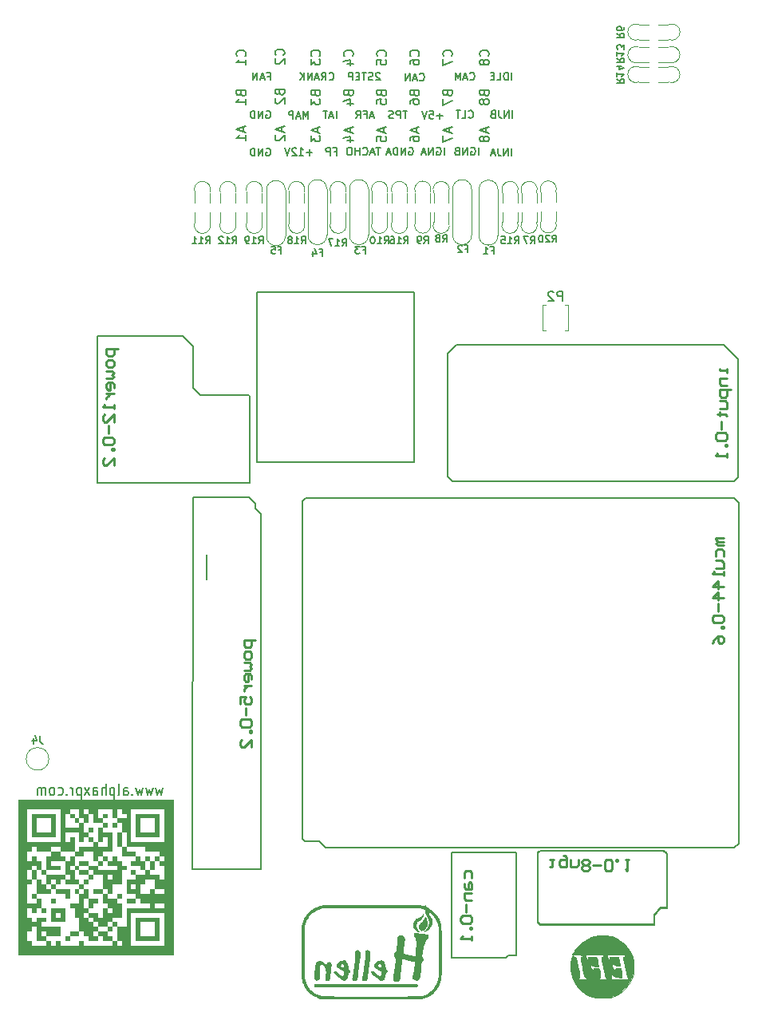
<source format=gbo>
G75*
G70*
%OFA0B0*%
%FSLAX25Y25*%
%IPPOS*%
%LPD*%
%AMOC8*
5,1,8,0,0,1.08239X$1,22.5*
%
%ADD123C,0.00390*%
%ADD138C,0.00472*%
%ADD146C,0.00500*%
%ADD182C,0.00591*%
%ADD200C,0.01000*%
%ADD236C,0.00787*%
%ADD33C,0.00512*%
%ADD49C,0.00010*%
%ADD77C,0.00669*%
X0000000Y0000000D02*
%LPD*%
G01*
D77*
X0211787Y0355756D02*
X0211787Y0358905D01*
X0208637Y0358755D02*
X0208937Y0358905D01*
X0209387Y0358905D01*
X0209837Y0358755D01*
X0210137Y0358456D01*
X0210287Y0358156D01*
X0210437Y0357556D01*
X0210437Y0357106D01*
X0210287Y0356506D01*
X0210137Y0356206D01*
X0209837Y0355906D01*
X0209387Y0355756D01*
X0209087Y0355756D01*
X0208637Y0355906D01*
X0208487Y0356056D01*
X0208487Y0357106D01*
X0209087Y0357106D01*
X0207137Y0355756D02*
X0207137Y0358905D01*
X0205337Y0355756D01*
X0205337Y0358905D01*
X0202788Y0357406D02*
X0202338Y0357256D01*
X0202188Y0357106D01*
X0202038Y0356806D01*
X0202038Y0356356D01*
X0202188Y0356056D01*
X0202338Y0355906D01*
X0202638Y0355756D01*
X0203838Y0355756D01*
X0203838Y0358905D01*
X0202788Y0358905D01*
X0202488Y0358755D01*
X0202338Y0358605D01*
X0202188Y0358306D01*
X0202188Y0358006D01*
X0202338Y0357706D01*
X0202488Y0357556D01*
X0202788Y0357406D01*
X0203838Y0357406D01*
X0149387Y0387281D02*
X0149537Y0387131D01*
X0149987Y0386981D01*
X0150287Y0386981D01*
X0150737Y0387131D01*
X0151037Y0387431D01*
X0151187Y0387731D01*
X0151337Y0388331D01*
X0151337Y0388781D01*
X0151187Y0389381D01*
X0151037Y0389681D01*
X0150737Y0389981D01*
X0150287Y0390131D01*
X0149987Y0390131D01*
X0149537Y0389981D01*
X0149387Y0389831D01*
X0146237Y0386981D02*
X0147287Y0388481D01*
X0148037Y0386981D02*
X0148037Y0390131D01*
X0146837Y0390131D01*
X0146537Y0389981D01*
X0146387Y0389831D01*
X0146237Y0389531D01*
X0146237Y0389081D01*
X0146387Y0388781D01*
X0146537Y0388631D01*
X0146837Y0388481D01*
X0148037Y0388481D01*
X0145037Y0387881D02*
X0143538Y0387881D01*
X0145337Y0386981D02*
X0144287Y0390131D01*
X0143238Y0386981D01*
X0142188Y0386981D02*
X0142188Y0390131D01*
X0140388Y0386981D01*
X0140388Y0390131D01*
X0138888Y0386981D02*
X0138888Y0390131D01*
X0137088Y0386981D02*
X0138438Y0388781D01*
X0137088Y0390131D02*
X0138888Y0388331D01*
X0225547Y0387118D02*
X0225547Y0390268D01*
X0224048Y0387118D02*
X0224048Y0390268D01*
X0223298Y0390268D01*
X0222848Y0390118D01*
X0222548Y0389818D01*
X0222398Y0389518D01*
X0222248Y0388918D01*
X0222248Y0388468D01*
X0222398Y0387868D01*
X0222548Y0387568D01*
X0222848Y0387268D01*
X0223298Y0387118D01*
X0224048Y0387118D01*
X0219398Y0387118D02*
X0220898Y0387118D01*
X0220898Y0390268D01*
X0218348Y0388768D02*
X0217298Y0388768D01*
X0216848Y0387118D02*
X0218348Y0387118D01*
X0218348Y0390268D01*
X0216848Y0390268D01*
D236*
X0079884Y0091564D02*
X0079134Y0088414D01*
X0078384Y0090664D01*
X0077634Y0088414D01*
X0076884Y0091564D01*
X0075759Y0091564D02*
X0075009Y0088414D01*
X0074259Y0090664D01*
X0073510Y0088414D01*
X0072760Y0091564D01*
X0071635Y0091564D02*
X0070885Y0088414D01*
X0070135Y0090664D01*
X0069385Y0088414D01*
X0068635Y0091564D01*
X0067135Y0088864D02*
X0066948Y0088639D01*
X0067135Y0088414D01*
X0067323Y0088639D01*
X0067135Y0088864D01*
X0067135Y0088414D01*
X0063573Y0088414D02*
X0063573Y0090889D01*
X0063761Y0091339D01*
X0064136Y0091564D01*
X0064886Y0091564D01*
X0065261Y0091339D01*
X0063573Y0088639D02*
X0063948Y0088414D01*
X0064886Y0088414D01*
X0065261Y0088639D01*
X0065448Y0089089D01*
X0065448Y0089539D01*
X0065261Y0089989D01*
X0064886Y0090214D01*
X0063948Y0090214D01*
X0063573Y0090439D01*
X0061136Y0088414D02*
X0061511Y0088639D01*
X0061699Y0089089D01*
X0061699Y0093138D01*
X0059636Y0091564D02*
X0059636Y0086839D01*
X0059636Y0091339D02*
X0059261Y0091564D01*
X0058511Y0091564D01*
X0058136Y0091339D01*
X0057949Y0091114D01*
X0057762Y0090664D01*
X0057762Y0089314D01*
X0057949Y0088864D01*
X0058136Y0088639D01*
X0058511Y0088414D01*
X0059261Y0088414D01*
X0059636Y0088639D01*
X0056074Y0088414D02*
X0056074Y0093138D01*
X0054387Y0088414D02*
X0054387Y0090889D01*
X0054574Y0091339D01*
X0054949Y0091564D01*
X0055512Y0091564D01*
X0055887Y0091339D01*
X0056074Y0091114D01*
X0050825Y0088414D02*
X0050825Y0090889D01*
X0051012Y0091339D01*
X0051387Y0091564D01*
X0052137Y0091564D01*
X0052512Y0091339D01*
X0050825Y0088639D02*
X0051200Y0088414D01*
X0052137Y0088414D01*
X0052512Y0088639D01*
X0052700Y0089089D01*
X0052700Y0089539D01*
X0052512Y0089989D01*
X0052137Y0090214D01*
X0051200Y0090214D01*
X0050825Y0090439D01*
X0049325Y0088414D02*
X0047263Y0091564D01*
X0049325Y0091564D02*
X0047263Y0088414D01*
X0045763Y0091564D02*
X0045763Y0086839D01*
X0045763Y0091339D02*
X0045388Y0091564D01*
X0044638Y0091564D01*
X0044263Y0091339D01*
X0044076Y0091114D01*
X0043888Y0090664D01*
X0043888Y0089314D01*
X0044076Y0088864D01*
X0044263Y0088639D01*
X0044638Y0088414D01*
X0045388Y0088414D01*
X0045763Y0088639D01*
X0042201Y0088414D02*
X0042201Y0091564D01*
X0042201Y0090664D02*
X0042013Y0091114D01*
X0041826Y0091339D01*
X0041451Y0091564D01*
X0041076Y0091564D01*
X0039764Y0088864D02*
X0039576Y0088639D01*
X0039764Y0088414D01*
X0039951Y0088639D01*
X0039764Y0088864D01*
X0039764Y0088414D01*
X0036202Y0088639D02*
X0036577Y0088414D01*
X0037327Y0088414D01*
X0037702Y0088639D01*
X0037889Y0088864D01*
X0038076Y0089314D01*
X0038076Y0090664D01*
X0037889Y0091114D01*
X0037702Y0091339D01*
X0037327Y0091564D01*
X0036577Y0091564D01*
X0036202Y0091339D01*
X0033952Y0088414D02*
X0034327Y0088639D01*
X0034514Y0088864D01*
X0034702Y0089314D01*
X0034702Y0090664D01*
X0034514Y0091114D01*
X0034327Y0091339D01*
X0033952Y0091564D01*
X0033390Y0091564D01*
X0033015Y0091339D01*
X0032827Y0091114D01*
X0032640Y0090664D01*
X0032640Y0089314D01*
X0032827Y0088864D01*
X0033015Y0088639D01*
X0033390Y0088414D01*
X0033952Y0088414D01*
X0030952Y0088414D02*
X0030952Y0091564D01*
X0030952Y0091114D02*
X0030765Y0091339D01*
X0030390Y0091564D01*
X0029828Y0091564D01*
X0029453Y0091339D01*
X0029265Y0090889D01*
X0029265Y0088414D01*
X0029265Y0090889D02*
X0029078Y0091339D01*
X0028703Y0091564D01*
X0028140Y0091564D01*
X0027765Y0091339D01*
X0027578Y0090889D01*
X0027578Y0088414D01*
D77*
X0181978Y0374197D02*
X0180178Y0374197D01*
X0181078Y0371047D02*
X0181078Y0374197D01*
X0179129Y0371047D02*
X0179129Y0374197D01*
X0177929Y0374197D01*
X0177629Y0374047D01*
X0177479Y0373897D01*
X0177329Y0373597D01*
X0177329Y0373147D01*
X0177479Y0372847D01*
X0177629Y0372697D01*
X0177929Y0372547D01*
X0179129Y0372547D01*
X0176129Y0371197D02*
X0175679Y0371047D01*
X0174929Y0371047D01*
X0174629Y0371197D01*
X0174479Y0371347D01*
X0174329Y0371647D01*
X0174329Y0371947D01*
X0174479Y0372247D01*
X0174629Y0372397D01*
X0174929Y0372547D01*
X0175529Y0372697D01*
X0175829Y0372847D01*
X0175979Y0372997D01*
X0176129Y0373297D01*
X0176129Y0373597D01*
X0175979Y0373897D01*
X0175829Y0374047D01*
X0175529Y0374197D01*
X0174779Y0374197D01*
X0174329Y0374047D01*
X0225610Y0355481D02*
X0225610Y0358631D01*
X0224110Y0355481D02*
X0224110Y0358631D01*
X0222310Y0355481D01*
X0222310Y0358631D01*
X0219910Y0358631D02*
X0219910Y0356381D01*
X0220060Y0355931D01*
X0220360Y0355631D01*
X0220810Y0355481D01*
X0221110Y0355481D01*
X0218561Y0356381D02*
X0217061Y0356381D01*
X0218861Y0355481D02*
X0217811Y0358631D01*
X0216761Y0355481D01*
X0187171Y0387006D02*
X0187321Y0386856D01*
X0187771Y0386706D01*
X0188071Y0386706D01*
X0188521Y0386856D01*
X0188821Y0387156D01*
X0188971Y0387456D01*
X0189121Y0388056D01*
X0189121Y0388506D01*
X0188971Y0389106D01*
X0188821Y0389406D01*
X0188521Y0389706D01*
X0188071Y0389856D01*
X0187771Y0389856D01*
X0187321Y0389706D01*
X0187171Y0389556D01*
X0185971Y0387606D02*
X0184472Y0387606D01*
X0186271Y0386706D02*
X0185221Y0389856D01*
X0184172Y0386706D01*
X0183122Y0386706D02*
X0183122Y0389856D01*
X0181322Y0386706D01*
X0181322Y0389856D01*
X0151381Y0357268D02*
X0152431Y0357268D01*
X0152431Y0355618D02*
X0152431Y0358768D01*
X0150931Y0358768D01*
X0149731Y0355618D02*
X0149731Y0358768D01*
X0148532Y0358768D01*
X0148232Y0358618D01*
X0148082Y0358468D01*
X0147932Y0358168D01*
X0147932Y0357718D01*
X0148082Y0357418D01*
X0148232Y0357268D01*
X0148532Y0357118D01*
X0149731Y0357118D01*
X0197413Y0355756D02*
X0197413Y0358905D01*
X0194264Y0358755D02*
X0194564Y0358905D01*
X0195014Y0358905D01*
X0195463Y0358755D01*
X0195763Y0358456D01*
X0195913Y0358156D01*
X0196063Y0357556D01*
X0196063Y0357106D01*
X0195913Y0356506D01*
X0195763Y0356206D01*
X0195463Y0355906D01*
X0195014Y0355756D01*
X0194714Y0355756D01*
X0194264Y0355906D01*
X0194114Y0356056D01*
X0194114Y0357106D01*
X0194714Y0357106D01*
X0192764Y0355756D02*
X0192764Y0358905D01*
X0190964Y0355756D01*
X0190964Y0358905D01*
X0189614Y0356656D02*
X0188114Y0356656D01*
X0189914Y0355756D02*
X0188864Y0358905D01*
X0187814Y0355756D01*
X0207663Y0371484D02*
X0207813Y0371334D01*
X0208263Y0371184D01*
X0208563Y0371184D01*
X0209013Y0371334D01*
X0209313Y0371634D01*
X0209463Y0371934D01*
X0209613Y0372534D01*
X0209613Y0372984D01*
X0209463Y0373584D01*
X0209313Y0373884D01*
X0209013Y0374184D01*
X0208563Y0374334D01*
X0208263Y0374334D01*
X0207813Y0374184D01*
X0207663Y0374034D01*
X0204813Y0371184D02*
X0206313Y0371184D01*
X0206313Y0374334D01*
X0204213Y0374334D02*
X0202413Y0374334D01*
X0203313Y0371184D02*
X0203313Y0374334D01*
X0123123Y0358481D02*
X0123423Y0358631D01*
X0123873Y0358631D01*
X0124323Y0358481D01*
X0124623Y0358181D01*
X0124773Y0357881D01*
X0124923Y0357281D01*
X0124923Y0356831D01*
X0124773Y0356231D01*
X0124623Y0355931D01*
X0124323Y0355631D01*
X0123873Y0355481D01*
X0123573Y0355481D01*
X0123123Y0355631D01*
X0122973Y0355781D01*
X0122973Y0356831D01*
X0123573Y0356831D01*
X0121623Y0355481D02*
X0121623Y0358631D01*
X0119824Y0355481D01*
X0119824Y0358631D01*
X0118324Y0355481D02*
X0118324Y0358631D01*
X0117574Y0358631D01*
X0117124Y0358481D01*
X0116824Y0358181D01*
X0116674Y0357881D01*
X0116524Y0357281D01*
X0116524Y0356831D01*
X0116674Y0356231D01*
X0116824Y0355931D01*
X0117124Y0355631D01*
X0117574Y0355481D01*
X0118324Y0355481D01*
X0123123Y0374140D02*
X0123423Y0374290D01*
X0123873Y0374290D01*
X0124323Y0374140D01*
X0124623Y0373840D01*
X0124773Y0373540D01*
X0124923Y0372940D01*
X0124923Y0372490D01*
X0124773Y0371890D01*
X0124623Y0371590D01*
X0124323Y0371290D01*
X0123873Y0371140D01*
X0123573Y0371140D01*
X0123123Y0371290D01*
X0122973Y0371440D01*
X0122973Y0372490D01*
X0123573Y0372490D01*
X0121623Y0371140D02*
X0121623Y0374290D01*
X0119824Y0371140D01*
X0119824Y0374290D01*
X0118324Y0371140D02*
X0118324Y0374290D01*
X0117574Y0374290D01*
X0117124Y0374140D01*
X0116824Y0373840D01*
X0116674Y0373540D01*
X0116524Y0372940D01*
X0116524Y0372490D01*
X0116674Y0371890D01*
X0116824Y0371590D01*
X0117124Y0371290D01*
X0117574Y0371140D01*
X0118324Y0371140D01*
X0225972Y0371184D02*
X0225972Y0374334D01*
X0224472Y0371184D02*
X0224472Y0374334D01*
X0222672Y0371184D01*
X0222672Y0374334D01*
X0220273Y0374334D02*
X0220273Y0372084D01*
X0220423Y0371634D01*
X0220723Y0371334D01*
X0221173Y0371184D01*
X0221473Y0371184D01*
X0217723Y0372834D02*
X0217273Y0372684D01*
X0217123Y0372534D01*
X0216973Y0372234D01*
X0216973Y0371784D01*
X0217123Y0371484D01*
X0217273Y0371334D01*
X0217573Y0371184D01*
X0218773Y0371184D01*
X0218773Y0374334D01*
X0217723Y0374334D01*
X0217423Y0374184D01*
X0217273Y0374034D01*
X0217123Y0373734D01*
X0217123Y0373434D01*
X0217273Y0373134D01*
X0217423Y0372984D01*
X0217723Y0372834D01*
X0218773Y0372834D01*
X0167942Y0371947D02*
X0166442Y0371947D01*
X0168242Y0371047D02*
X0167192Y0374197D01*
X0166142Y0371047D01*
X0164042Y0372697D02*
X0165092Y0372697D01*
X0165092Y0371047D02*
X0165092Y0374197D01*
X0163592Y0374197D01*
X0160593Y0371047D02*
X0161643Y0372547D01*
X0162393Y0371047D02*
X0162393Y0374197D01*
X0161193Y0374197D01*
X0160893Y0374047D01*
X0160743Y0373897D01*
X0160593Y0373597D01*
X0160593Y0373147D01*
X0160743Y0372847D01*
X0160893Y0372697D01*
X0161193Y0372547D01*
X0162393Y0372547D01*
X0170592Y0389831D02*
X0170442Y0389981D01*
X0170142Y0390131D01*
X0169392Y0390131D01*
X0169092Y0389981D01*
X0168942Y0389831D01*
X0168792Y0389531D01*
X0168792Y0389231D01*
X0168942Y0388781D01*
X0170742Y0386981D01*
X0168792Y0386981D01*
X0167592Y0387131D02*
X0167142Y0386981D01*
X0166392Y0386981D01*
X0166092Y0387131D01*
X0165942Y0387281D01*
X0165792Y0387581D01*
X0165792Y0387881D01*
X0165942Y0388181D01*
X0166092Y0388331D01*
X0166392Y0388481D01*
X0166992Y0388631D01*
X0167292Y0388781D01*
X0167442Y0388931D01*
X0167592Y0389231D01*
X0167592Y0389531D01*
X0167442Y0389831D01*
X0167292Y0389981D01*
X0166992Y0390131D01*
X0166242Y0390131D01*
X0165792Y0389981D01*
X0164893Y0390131D02*
X0163093Y0390131D01*
X0163993Y0386981D02*
X0163993Y0390131D01*
X0162043Y0388631D02*
X0160993Y0388631D01*
X0160543Y0386981D02*
X0162043Y0386981D01*
X0162043Y0390131D01*
X0160543Y0390131D01*
X0159193Y0386981D02*
X0159193Y0390131D01*
X0157993Y0390131D01*
X0157693Y0389981D01*
X0157543Y0389831D01*
X0157393Y0389531D01*
X0157393Y0389081D01*
X0157543Y0388781D01*
X0157693Y0388631D01*
X0157993Y0388481D01*
X0159193Y0388481D01*
X0208200Y0387281D02*
X0208350Y0387131D01*
X0208800Y0386981D01*
X0209100Y0386981D01*
X0209550Y0387131D01*
X0209850Y0387431D01*
X0210000Y0387731D01*
X0210150Y0388331D01*
X0210150Y0388781D01*
X0210000Y0389381D01*
X0209850Y0389681D01*
X0209550Y0389981D01*
X0209100Y0390131D01*
X0208800Y0390131D01*
X0208350Y0389981D01*
X0208200Y0389831D01*
X0207001Y0387881D02*
X0205501Y0387881D01*
X0207300Y0386981D02*
X0206251Y0390131D01*
X0205201Y0386981D01*
X0204151Y0386981D02*
X0204151Y0390131D01*
X0203101Y0387881D01*
X0202051Y0390131D01*
X0202051Y0386981D01*
X0123685Y0388631D02*
X0124735Y0388631D01*
X0124735Y0386981D02*
X0124735Y0390131D01*
X0123235Y0390131D01*
X0122185Y0387881D02*
X0120686Y0387881D01*
X0122485Y0386981D02*
X0121435Y0390131D01*
X0120386Y0386981D01*
X0119336Y0386981D02*
X0119336Y0390131D01*
X0117536Y0386981D01*
X0117536Y0390131D01*
X0182715Y0358755D02*
X0183015Y0358905D01*
X0183465Y0358905D01*
X0183915Y0358755D01*
X0184215Y0358456D01*
X0184365Y0358156D01*
X0184514Y0357556D01*
X0184514Y0357106D01*
X0184365Y0356506D01*
X0184215Y0356206D01*
X0183915Y0355906D01*
X0183465Y0355756D01*
X0183165Y0355756D01*
X0182715Y0355906D01*
X0182565Y0356056D01*
X0182565Y0357106D01*
X0183165Y0357106D01*
X0181215Y0355756D02*
X0181215Y0358905D01*
X0179415Y0355756D01*
X0179415Y0358905D01*
X0177915Y0355756D02*
X0177915Y0358905D01*
X0177165Y0358905D01*
X0176715Y0358755D01*
X0176416Y0358456D01*
X0176266Y0358156D01*
X0176116Y0357556D01*
X0176116Y0357106D01*
X0176266Y0356506D01*
X0176416Y0356206D01*
X0176715Y0355906D01*
X0177165Y0355756D01*
X0177915Y0355756D01*
X0174916Y0356656D02*
X0173416Y0356656D01*
X0175216Y0355756D02*
X0174166Y0358905D01*
X0173116Y0355756D01*
X0196751Y0372110D02*
X0194351Y0372110D01*
X0195551Y0370910D02*
X0195551Y0373309D01*
X0191352Y0374059D02*
X0192851Y0374059D01*
X0193001Y0372559D01*
X0192851Y0372709D01*
X0192551Y0372859D01*
X0191802Y0372859D01*
X0191502Y0372709D01*
X0191352Y0372559D01*
X0191202Y0372260D01*
X0191202Y0371510D01*
X0191352Y0371210D01*
X0191502Y0371060D01*
X0191802Y0370910D01*
X0192551Y0370910D01*
X0192851Y0371060D01*
X0193001Y0371210D01*
X0190302Y0374059D02*
X0189252Y0370910D01*
X0188202Y0374059D01*
X0140632Y0370910D02*
X0140632Y0374059D01*
X0139582Y0371810D01*
X0138532Y0374059D01*
X0138532Y0370910D01*
X0137182Y0371810D02*
X0135683Y0371810D01*
X0137482Y0370910D02*
X0136433Y0374059D01*
X0135383Y0370910D01*
X0134333Y0370910D02*
X0134333Y0374059D01*
X0133133Y0374059D01*
X0132833Y0373909D01*
X0132683Y0373759D01*
X0132533Y0373459D01*
X0132533Y0373009D01*
X0132683Y0372709D01*
X0132833Y0372559D01*
X0133133Y0372410D01*
X0134333Y0372410D01*
X0152394Y0371047D02*
X0152394Y0374197D01*
X0151044Y0371947D02*
X0149544Y0371947D01*
X0151344Y0371047D02*
X0150294Y0374197D01*
X0149244Y0371047D01*
X0148644Y0374197D02*
X0146845Y0374197D01*
X0147745Y0371047D02*
X0147745Y0374197D01*
X0142344Y0356818D02*
X0139944Y0356818D01*
X0141144Y0355618D02*
X0141144Y0358018D01*
X0136795Y0355618D02*
X0138595Y0355618D01*
X0137695Y0355618D02*
X0137695Y0358768D01*
X0137995Y0358318D01*
X0138295Y0358018D01*
X0138595Y0357868D01*
X0135595Y0358468D02*
X0135445Y0358618D01*
X0135145Y0358768D01*
X0134395Y0358768D01*
X0134095Y0358618D01*
X0133945Y0358468D01*
X0133795Y0358168D01*
X0133795Y0357868D01*
X0133945Y0357418D01*
X0135745Y0355618D01*
X0133795Y0355618D01*
X0132895Y0358768D02*
X0131845Y0355618D01*
X0130796Y0358768D01*
X0170842Y0358905D02*
X0169042Y0358905D01*
X0169942Y0355756D02*
X0169942Y0358905D01*
X0168142Y0356656D02*
X0166643Y0356656D01*
X0168442Y0355756D02*
X0167392Y0358905D01*
X0166343Y0355756D01*
X0163493Y0356056D02*
X0163643Y0355906D01*
X0164093Y0355756D01*
X0164393Y0355756D01*
X0164843Y0355906D01*
X0165143Y0356206D01*
X0165293Y0356506D01*
X0165443Y0357106D01*
X0165443Y0357556D01*
X0165293Y0358156D01*
X0165143Y0358456D01*
X0164843Y0358755D01*
X0164393Y0358905D01*
X0164093Y0358905D01*
X0163643Y0358755D01*
X0163493Y0358605D01*
X0162143Y0355756D02*
X0162143Y0358905D01*
X0162143Y0357406D02*
X0160343Y0357406D01*
X0160343Y0355756D02*
X0160343Y0358905D01*
X0158244Y0358905D02*
X0157644Y0358905D01*
X0157344Y0358755D01*
X0157044Y0358456D01*
X0156894Y0357856D01*
X0156894Y0356806D01*
X0157044Y0356206D01*
X0157344Y0355906D01*
X0157644Y0355756D01*
X0158244Y0355756D01*
X0158544Y0355906D01*
X0158844Y0356206D01*
X0158994Y0356806D01*
X0158994Y0357856D01*
X0158844Y0358456D01*
X0158544Y0358755D01*
X0158244Y0358905D01*
D33*
X0196821Y0319429D02*
X0197805Y0320835D01*
X0198508Y0319429D02*
X0198508Y0322382D01*
X0197383Y0322382D01*
X0197102Y0322241D01*
X0196961Y0322101D01*
X0196821Y0321819D01*
X0196821Y0321398D01*
X0196961Y0321116D01*
X0197102Y0320976D01*
X0197383Y0320835D01*
X0198508Y0320835D01*
X0195133Y0321116D02*
X0195415Y0321257D01*
X0195555Y0321398D01*
X0195696Y0321679D01*
X0195696Y0321819D01*
X0195555Y0322101D01*
X0195415Y0322241D01*
X0195133Y0322382D01*
X0194571Y0322382D01*
X0194290Y0322241D01*
X0194149Y0322101D01*
X0194009Y0321819D01*
X0194009Y0321679D01*
X0194149Y0321398D01*
X0194290Y0321257D01*
X0194571Y0321116D01*
X0195133Y0321116D01*
X0195415Y0320976D01*
X0195555Y0320835D01*
X0195696Y0320554D01*
X0195696Y0319992D01*
X0195555Y0319710D01*
X0195415Y0319570D01*
X0195133Y0319429D01*
X0194571Y0319429D01*
X0194290Y0319570D01*
X0194149Y0319710D01*
X0194009Y0319992D01*
X0194009Y0320554D01*
X0194149Y0320835D01*
X0194290Y0320976D01*
X0194571Y0321116D01*
D146*
X0189014Y0318812D02*
X0190014Y0320241D01*
X0190728Y0318812D02*
X0190728Y0321812D01*
X0189585Y0321812D01*
X0189300Y0321669D01*
X0189157Y0321527D01*
X0189014Y0321241D01*
X0189014Y0320812D01*
X0189157Y0320527D01*
X0189300Y0320384D01*
X0189585Y0320241D01*
X0190728Y0320241D01*
X0187585Y0318812D02*
X0187014Y0318812D01*
X0186728Y0318955D01*
X0186585Y0319098D01*
X0186300Y0319527D01*
X0186157Y0320098D01*
X0186157Y0321241D01*
X0186300Y0321527D01*
X0186443Y0321669D01*
X0186728Y0321812D01*
X0187300Y0321812D01*
X0187585Y0321669D01*
X0187728Y0321527D01*
X0187871Y0321241D01*
X0187871Y0320527D01*
X0187728Y0320241D01*
X0187585Y0320098D01*
X0187300Y0319955D01*
X0186728Y0319955D01*
X0186443Y0320098D01*
X0186300Y0320241D01*
X0186157Y0320527D01*
X0145488Y0315175D02*
X0146488Y0315175D01*
X0146488Y0313603D02*
X0146488Y0316603D01*
X0145060Y0316603D01*
X0142631Y0315603D02*
X0142631Y0313603D01*
X0143345Y0316746D02*
X0144060Y0314603D01*
X0142202Y0314603D01*
D77*
X0246835Y0294873D02*
X0246835Y0298810D01*
X0245335Y0298810D01*
X0244960Y0298622D01*
X0244773Y0298435D01*
X0244585Y0298060D01*
X0244585Y0297497D01*
X0244773Y0297122D01*
X0244960Y0296935D01*
X0245335Y0296747D01*
X0246835Y0296747D01*
X0243085Y0298435D02*
X0242898Y0298622D01*
X0242523Y0298810D01*
X0241586Y0298810D01*
X0241211Y0298622D01*
X0241023Y0298435D01*
X0240836Y0298060D01*
X0240836Y0297685D01*
X0241023Y0297122D01*
X0243273Y0294873D01*
X0240836Y0294873D01*
D33*
X0097827Y0318711D02*
X0098812Y0320118D01*
X0099515Y0318711D02*
X0099515Y0321664D01*
X0098390Y0321664D01*
X0098109Y0321524D01*
X0097968Y0321383D01*
X0097827Y0321102D01*
X0097827Y0320680D01*
X0097968Y0320399D01*
X0098109Y0320258D01*
X0098390Y0320118D01*
X0099515Y0320118D01*
X0095015Y0318711D02*
X0096702Y0318711D01*
X0095859Y0318711D02*
X0095859Y0321664D01*
X0096140Y0321242D01*
X0096421Y0320961D01*
X0096702Y0320821D01*
X0092203Y0318711D02*
X0093890Y0318711D01*
X0093047Y0318711D02*
X0093047Y0321664D01*
X0093328Y0321242D01*
X0093609Y0320961D01*
X0093890Y0320821D01*
X0269593Y0406594D02*
X0270999Y0405610D01*
X0269593Y0404907D02*
X0272546Y0404907D01*
X0272546Y0406032D01*
X0272406Y0406313D01*
X0272265Y0406454D01*
X0271984Y0406594D01*
X0271562Y0406594D01*
X0271281Y0406454D01*
X0271140Y0406313D01*
X0270999Y0406032D01*
X0270999Y0404907D01*
X0272546Y0409125D02*
X0272546Y0408563D01*
X0272406Y0408282D01*
X0272265Y0408141D01*
X0271843Y0407860D01*
X0271281Y0407719D01*
X0270156Y0407719D01*
X0269875Y0407860D01*
X0269734Y0408001D01*
X0269593Y0408282D01*
X0269593Y0408844D01*
X0269734Y0409125D01*
X0269875Y0409266D01*
X0270156Y0409407D01*
X0270859Y0409407D01*
X0271140Y0409266D01*
X0271281Y0409125D01*
X0271421Y0408844D01*
X0271421Y0408282D01*
X0271281Y0408001D01*
X0271140Y0407860D01*
X0270859Y0407719D01*
X0154827Y0317711D02*
X0155812Y0319118D01*
X0156515Y0317711D02*
X0156515Y0320664D01*
X0155390Y0320664D01*
X0155109Y0320524D01*
X0154968Y0320383D01*
X0154827Y0320102D01*
X0154827Y0319680D01*
X0154968Y0319399D01*
X0155109Y0319258D01*
X0155390Y0319118D01*
X0156515Y0319118D01*
X0152015Y0317711D02*
X0153702Y0317711D01*
X0152859Y0317711D02*
X0152859Y0320664D01*
X0153140Y0320242D01*
X0153421Y0319961D01*
X0153702Y0319821D01*
X0151031Y0320664D02*
X0149062Y0320664D01*
X0150328Y0317711D01*
X0180638Y0318711D02*
X0181623Y0320118D01*
X0182326Y0318711D02*
X0182326Y0321664D01*
X0181201Y0321664D01*
X0180920Y0321524D01*
X0180779Y0321383D01*
X0180638Y0321102D01*
X0180638Y0320680D01*
X0180779Y0320399D01*
X0180920Y0320258D01*
X0181201Y0320118D01*
X0182326Y0320118D01*
X0177826Y0318711D02*
X0179513Y0318711D01*
X0178670Y0318711D02*
X0178670Y0321664D01*
X0178951Y0321242D01*
X0179232Y0320961D01*
X0179513Y0320821D01*
X0175295Y0321664D02*
X0175858Y0321664D01*
X0176139Y0321524D01*
X0176280Y0321383D01*
X0176561Y0320961D01*
X0176701Y0320399D01*
X0176701Y0319274D01*
X0176561Y0318993D01*
X0176420Y0318852D01*
X0176139Y0318711D01*
X0175576Y0318711D01*
X0175295Y0318852D01*
X0175155Y0318993D01*
X0175014Y0319274D01*
X0175014Y0319977D01*
X0175155Y0320258D01*
X0175295Y0320399D01*
X0175576Y0320539D01*
X0176139Y0320539D01*
X0176420Y0320399D01*
X0176561Y0320258D01*
X0176701Y0319977D01*
D146*
X0172401Y0318722D02*
X0173401Y0320150D01*
X0174115Y0318722D02*
X0174115Y0321722D01*
X0172972Y0321722D01*
X0172687Y0321579D01*
X0172544Y0321436D01*
X0172401Y0321150D01*
X0172401Y0320722D01*
X0172544Y0320436D01*
X0172687Y0320293D01*
X0172972Y0320150D01*
X0174115Y0320150D01*
X0169544Y0318722D02*
X0171258Y0318722D01*
X0170401Y0318722D02*
X0170401Y0321722D01*
X0170687Y0321293D01*
X0170972Y0321007D01*
X0171258Y0320864D01*
X0167687Y0321722D02*
X0167401Y0321722D01*
X0167115Y0321579D01*
X0166972Y0321436D01*
X0166830Y0321150D01*
X0166687Y0320579D01*
X0166687Y0319864D01*
X0166830Y0319293D01*
X0166972Y0319007D01*
X0167115Y0318864D01*
X0167401Y0318722D01*
X0167687Y0318722D01*
X0167972Y0318864D01*
X0168115Y0319007D01*
X0168258Y0319293D01*
X0168401Y0319864D01*
X0168401Y0320579D01*
X0168258Y0321150D01*
X0168115Y0321436D01*
X0167972Y0321579D01*
X0167687Y0321722D01*
X0120039Y0318722D02*
X0121039Y0320150D01*
X0121753Y0318722D02*
X0121753Y0321722D01*
X0120610Y0321722D01*
X0120325Y0321579D01*
X0120182Y0321436D01*
X0120039Y0321150D01*
X0120039Y0320722D01*
X0120182Y0320436D01*
X0120325Y0320293D01*
X0120610Y0320150D01*
X0121753Y0320150D01*
X0117182Y0318722D02*
X0118896Y0318722D01*
X0118039Y0318722D02*
X0118039Y0321722D01*
X0118325Y0321293D01*
X0118610Y0321007D01*
X0118896Y0320864D01*
X0115753Y0318722D02*
X0115182Y0318722D01*
X0114896Y0318864D01*
X0114753Y0319007D01*
X0114467Y0319436D01*
X0114325Y0320007D01*
X0114325Y0321150D01*
X0114467Y0321436D01*
X0114610Y0321579D01*
X0114896Y0321722D01*
X0115467Y0321722D01*
X0115753Y0321579D01*
X0115896Y0321436D01*
X0116039Y0321150D01*
X0116039Y0320436D01*
X0115896Y0320150D01*
X0115753Y0320007D01*
X0115467Y0319864D01*
X0114896Y0319864D01*
X0114610Y0320007D01*
X0114467Y0320150D01*
X0114325Y0320436D01*
X0217126Y0315962D02*
X0218126Y0315962D01*
X0218126Y0314391D02*
X0218126Y0317391D01*
X0216697Y0317391D01*
X0213983Y0314391D02*
X0215697Y0314391D01*
X0214840Y0314391D02*
X0214840Y0317391D01*
X0215126Y0316962D01*
X0215412Y0316677D01*
X0215697Y0316534D01*
D33*
X0269593Y0387472D02*
X0270999Y0386488D01*
X0269593Y0385785D02*
X0272546Y0385785D01*
X0272546Y0386909D01*
X0272406Y0387191D01*
X0272265Y0387331D01*
X0271984Y0387472D01*
X0271562Y0387472D01*
X0271281Y0387331D01*
X0271140Y0387191D01*
X0270999Y0386909D01*
X0270999Y0385785D01*
X0269593Y0390284D02*
X0269593Y0388597D01*
X0269593Y0389440D02*
X0272546Y0389440D01*
X0272124Y0389159D01*
X0271843Y0388878D01*
X0271702Y0388597D01*
X0271562Y0392815D02*
X0269593Y0392815D01*
X0272687Y0392112D02*
X0270578Y0391409D01*
X0270578Y0393237D01*
D146*
X0163402Y0316159D02*
X0164402Y0316159D01*
X0164402Y0314588D02*
X0164402Y0317588D01*
X0162973Y0317588D01*
X0162116Y0317588D02*
X0160259Y0317588D01*
X0161259Y0316445D01*
X0160830Y0316445D01*
X0160544Y0316302D01*
X0160402Y0316159D01*
X0160259Y0315873D01*
X0160259Y0315159D01*
X0160402Y0314873D01*
X0160544Y0314731D01*
X0160830Y0314588D01*
X0161687Y0314588D01*
X0161973Y0314731D01*
X0162116Y0314873D01*
D33*
X0226827Y0318711D02*
X0227812Y0320118D01*
X0228515Y0318711D02*
X0228515Y0321664D01*
X0227390Y0321664D01*
X0227109Y0321524D01*
X0226968Y0321383D01*
X0226827Y0321102D01*
X0226827Y0320680D01*
X0226968Y0320399D01*
X0227109Y0320258D01*
X0227390Y0320118D01*
X0228515Y0320118D01*
X0224015Y0318711D02*
X0225702Y0318711D01*
X0224859Y0318711D02*
X0224859Y0321664D01*
X0225140Y0321242D01*
X0225421Y0320961D01*
X0225702Y0320821D01*
X0221344Y0321664D02*
X0222750Y0321664D01*
X0222890Y0320258D01*
X0222750Y0320399D01*
X0222469Y0320539D01*
X0221765Y0320539D01*
X0221484Y0320399D01*
X0221344Y0320258D01*
X0221203Y0319977D01*
X0221203Y0319274D01*
X0221344Y0318993D01*
X0221484Y0318852D01*
X0221765Y0318711D01*
X0222469Y0318711D01*
X0222750Y0318852D01*
X0222890Y0318993D01*
D146*
X0233429Y0318722D02*
X0234429Y0320150D01*
X0235143Y0318722D02*
X0235143Y0321722D01*
X0234001Y0321722D01*
X0233715Y0321579D01*
X0233572Y0321436D01*
X0233429Y0321150D01*
X0233429Y0320722D01*
X0233572Y0320436D01*
X0233715Y0320293D01*
X0234001Y0320150D01*
X0235143Y0320150D01*
X0232429Y0321722D02*
X0230429Y0321722D01*
X0231715Y0318722D01*
D33*
X0269593Y0396149D02*
X0270999Y0395165D01*
X0269593Y0394462D02*
X0272546Y0394462D01*
X0272546Y0395587D01*
X0272406Y0395868D01*
X0272265Y0396008D01*
X0271984Y0396149D01*
X0271562Y0396149D01*
X0271281Y0396008D01*
X0271140Y0395868D01*
X0270999Y0395587D01*
X0270999Y0394462D01*
X0269593Y0398961D02*
X0269593Y0397274D01*
X0269593Y0398118D02*
X0272546Y0398118D01*
X0272124Y0397836D01*
X0271843Y0397555D01*
X0271702Y0397274D01*
X0272546Y0399945D02*
X0272546Y0401773D01*
X0271421Y0400789D01*
X0271421Y0401211D01*
X0271281Y0401492D01*
X0271140Y0401633D01*
X0270859Y0401773D01*
X0270156Y0401773D01*
X0269875Y0401633D01*
X0269734Y0401492D01*
X0269593Y0401211D01*
X0269593Y0400367D01*
X0269734Y0400086D01*
X0269875Y0399945D01*
X0242622Y0319319D02*
X0243607Y0320725D01*
X0244310Y0319319D02*
X0244310Y0322272D01*
X0243185Y0322272D01*
X0242904Y0322131D01*
X0242763Y0321991D01*
X0242622Y0321710D01*
X0242622Y0321288D01*
X0242763Y0321007D01*
X0242904Y0320866D01*
X0243185Y0320725D01*
X0244310Y0320725D01*
X0241498Y0321991D02*
X0241357Y0322131D01*
X0241076Y0322272D01*
X0240373Y0322272D01*
X0240091Y0322131D01*
X0239951Y0321991D01*
X0239810Y0321710D01*
X0239810Y0321428D01*
X0239951Y0321007D01*
X0241638Y0319319D01*
X0239810Y0319319D01*
X0237982Y0322272D02*
X0237701Y0322272D01*
X0237420Y0322131D01*
X0237279Y0321991D01*
X0237139Y0321710D01*
X0236998Y0321147D01*
X0236998Y0320444D01*
X0237139Y0319882D01*
X0237279Y0319600D01*
X0237420Y0319460D01*
X0237701Y0319319D01*
X0237982Y0319319D01*
X0238264Y0319460D01*
X0238404Y0319600D01*
X0238545Y0319882D01*
X0238685Y0320444D01*
X0238685Y0321147D01*
X0238545Y0321710D01*
X0238404Y0321991D01*
X0238264Y0322131D01*
X0237982Y0322272D01*
D182*
X0159083Y0397109D02*
X0159271Y0397296D01*
X0159458Y0397859D01*
X0159458Y0398234D01*
X0159271Y0398796D01*
X0158896Y0399171D01*
X0158521Y0399359D01*
X0157771Y0399546D01*
X0157208Y0399546D01*
X0156459Y0399359D01*
X0156084Y0399171D01*
X0155709Y0398796D01*
X0155521Y0398234D01*
X0155521Y0397859D01*
X0155709Y0397296D01*
X0155896Y0397109D01*
X0156834Y0393734D02*
X0159458Y0393734D01*
X0155334Y0394672D02*
X0158146Y0395609D01*
X0158146Y0393172D01*
X0184955Y0381511D02*
X0185142Y0380948D01*
X0185330Y0380761D01*
X0185705Y0380573D01*
X0186267Y0380573D01*
X0186642Y0380761D01*
X0186830Y0380948D01*
X0187017Y0381323D01*
X0187017Y0382823D01*
X0183080Y0382823D01*
X0183080Y0381511D01*
X0183268Y0381136D01*
X0183455Y0380948D01*
X0183830Y0380761D01*
X0184205Y0380761D01*
X0184580Y0380948D01*
X0184768Y0381136D01*
X0184955Y0381511D01*
X0184955Y0382823D01*
X0183080Y0377199D02*
X0183080Y0377949D01*
X0183268Y0378324D01*
X0183455Y0378511D01*
X0184018Y0378886D01*
X0184768Y0379074D01*
X0186267Y0379074D01*
X0186642Y0378886D01*
X0186830Y0378699D01*
X0187017Y0378324D01*
X0187017Y0377574D01*
X0186830Y0377199D01*
X0186642Y0377011D01*
X0186267Y0376824D01*
X0185330Y0376824D01*
X0184955Y0377011D01*
X0184768Y0377199D01*
X0184580Y0377574D01*
X0184580Y0378324D01*
X0184768Y0378699D01*
X0184955Y0378886D01*
X0185330Y0379074D01*
X0129593Y0367375D02*
X0129593Y0365500D01*
X0130718Y0367750D02*
X0126781Y0366438D01*
X0130718Y0365125D01*
X0127156Y0364001D02*
X0126969Y0363813D01*
X0126781Y0363438D01*
X0126781Y0362501D01*
X0126969Y0362126D01*
X0127156Y0361938D01*
X0127531Y0361751D01*
X0127906Y0361751D01*
X0128468Y0361938D01*
X0130718Y0364188D01*
X0130718Y0361751D01*
X0199672Y0366981D02*
X0199672Y0365107D01*
X0200797Y0367356D02*
X0196860Y0366044D01*
X0200797Y0364732D01*
X0196860Y0363794D02*
X0196860Y0361170D01*
X0200797Y0362857D01*
X0130343Y0397503D02*
X0130531Y0397690D01*
X0130718Y0398253D01*
X0130718Y0398627D01*
X0130531Y0399190D01*
X0130156Y0399565D01*
X0129781Y0399752D01*
X0129031Y0399940D01*
X0128468Y0399940D01*
X0127718Y0399752D01*
X0127343Y0399565D01*
X0126969Y0399190D01*
X0126781Y0398627D01*
X0126781Y0398253D01*
X0126969Y0397690D01*
X0127156Y0397503D01*
X0127156Y0396003D02*
X0126969Y0395815D01*
X0126781Y0395440D01*
X0126781Y0394503D01*
X0126969Y0394128D01*
X0127156Y0393941D01*
X0127531Y0393753D01*
X0127906Y0393753D01*
X0128468Y0393941D01*
X0130718Y0396190D01*
X0130718Y0393753D01*
X0172113Y0366981D02*
X0172113Y0365107D01*
X0173238Y0367356D02*
X0169301Y0366044D01*
X0173238Y0364732D01*
X0169301Y0361545D02*
X0169301Y0363419D01*
X0171175Y0363607D01*
X0170988Y0363419D01*
X0170801Y0363044D01*
X0170801Y0362107D01*
X0170988Y0361732D01*
X0171175Y0361545D01*
X0171550Y0361357D01*
X0172488Y0361357D01*
X0172863Y0361545D01*
X0173050Y0361732D01*
X0173238Y0362107D01*
X0173238Y0363044D01*
X0173050Y0363419D01*
X0172863Y0363607D01*
X0171175Y0381511D02*
X0171363Y0380948D01*
X0171550Y0380761D01*
X0171925Y0380573D01*
X0172488Y0380573D01*
X0172863Y0380761D01*
X0173050Y0380948D01*
X0173238Y0381323D01*
X0173238Y0382823D01*
X0169301Y0382823D01*
X0169301Y0381511D01*
X0169488Y0381136D01*
X0169676Y0380948D01*
X0170051Y0380761D01*
X0170426Y0380761D01*
X0170801Y0380948D01*
X0170988Y0381136D01*
X0171175Y0381511D01*
X0171175Y0382823D01*
X0169301Y0377011D02*
X0169301Y0378886D01*
X0171175Y0379074D01*
X0170988Y0378886D01*
X0170801Y0378511D01*
X0170801Y0377574D01*
X0170988Y0377199D01*
X0171175Y0377011D01*
X0171550Y0376824D01*
X0172488Y0376824D01*
X0172863Y0377011D01*
X0173050Y0377199D01*
X0173238Y0377574D01*
X0173238Y0378511D01*
X0173050Y0378886D01*
X0172863Y0379074D01*
X0157396Y0381511D02*
X0157583Y0380948D01*
X0157771Y0380761D01*
X0158146Y0380573D01*
X0158708Y0380573D01*
X0159083Y0380761D01*
X0159271Y0380948D01*
X0159458Y0381323D01*
X0159458Y0382823D01*
X0155521Y0382823D01*
X0155521Y0381511D01*
X0155709Y0381136D01*
X0155896Y0380948D01*
X0156271Y0380761D01*
X0156646Y0380761D01*
X0157021Y0380948D01*
X0157208Y0381136D01*
X0157396Y0381511D01*
X0157396Y0382823D01*
X0156834Y0377199D02*
X0159458Y0377199D01*
X0155334Y0378136D02*
X0158146Y0379074D01*
X0158146Y0376636D01*
X0172863Y0397109D02*
X0173050Y0397296D01*
X0173238Y0397859D01*
X0173238Y0398234D01*
X0173050Y0398796D01*
X0172675Y0399171D01*
X0172300Y0399359D01*
X0171550Y0399546D01*
X0170988Y0399546D01*
X0170238Y0399359D01*
X0169863Y0399171D01*
X0169488Y0398796D01*
X0169301Y0398234D01*
X0169301Y0397859D01*
X0169488Y0397296D01*
X0169676Y0397109D01*
X0169301Y0393547D02*
X0169301Y0395422D01*
X0171175Y0395609D01*
X0170988Y0395422D01*
X0170801Y0395047D01*
X0170801Y0394109D01*
X0170988Y0393734D01*
X0171175Y0393547D01*
X0171550Y0393359D01*
X0172488Y0393359D01*
X0172863Y0393547D01*
X0173050Y0393734D01*
X0173238Y0394109D01*
X0173238Y0395047D01*
X0173050Y0395422D01*
X0172863Y0395609D01*
X0185892Y0366981D02*
X0185892Y0365107D01*
X0187017Y0367356D02*
X0183080Y0366044D01*
X0187017Y0364732D01*
X0183080Y0361732D02*
X0183080Y0362482D01*
X0183268Y0362857D01*
X0183455Y0363044D01*
X0184018Y0363419D01*
X0184768Y0363607D01*
X0186267Y0363607D01*
X0186642Y0363419D01*
X0186830Y0363232D01*
X0187017Y0362857D01*
X0187017Y0362107D01*
X0186830Y0361732D01*
X0186642Y0361545D01*
X0186267Y0361357D01*
X0185330Y0361357D01*
X0184955Y0361545D01*
X0184768Y0361732D01*
X0184580Y0362107D01*
X0184580Y0362857D01*
X0184768Y0363232D01*
X0184955Y0363419D01*
X0185330Y0363607D01*
X0214089Y0381511D02*
X0214276Y0380948D01*
X0214464Y0380761D01*
X0214839Y0380573D01*
X0215401Y0380573D01*
X0215776Y0380761D01*
X0215964Y0380948D01*
X0216151Y0381323D01*
X0216151Y0382823D01*
X0212214Y0382823D01*
X0212214Y0381511D01*
X0212402Y0381136D01*
X0212589Y0380948D01*
X0212964Y0380761D01*
X0213339Y0380761D01*
X0213714Y0380948D01*
X0213901Y0381136D01*
X0214089Y0381511D01*
X0214089Y0382823D01*
X0213901Y0378324D02*
X0213714Y0378699D01*
X0213526Y0378886D01*
X0213151Y0379074D01*
X0212964Y0379074D01*
X0212589Y0378886D01*
X0212402Y0378699D01*
X0212214Y0378324D01*
X0212214Y0377574D01*
X0212402Y0377199D01*
X0212589Y0377011D01*
X0212964Y0376824D01*
X0213151Y0376824D01*
X0213526Y0377011D01*
X0213714Y0377199D01*
X0213901Y0377574D01*
X0213901Y0378324D01*
X0214089Y0378699D01*
X0214276Y0378886D01*
X0214651Y0379074D01*
X0215401Y0379074D01*
X0215776Y0378886D01*
X0215964Y0378699D01*
X0216151Y0378324D01*
X0216151Y0377574D01*
X0215964Y0377199D01*
X0215776Y0377011D01*
X0215401Y0376824D01*
X0214651Y0376824D01*
X0214276Y0377011D01*
X0214089Y0377199D01*
X0213901Y0377574D01*
X0200422Y0397109D02*
X0200609Y0397296D01*
X0200797Y0397859D01*
X0200797Y0398234D01*
X0200609Y0398796D01*
X0200234Y0399171D01*
X0199859Y0399359D01*
X0199109Y0399546D01*
X0198547Y0399546D01*
X0197797Y0399359D01*
X0197422Y0399171D01*
X0197047Y0398796D01*
X0196860Y0398234D01*
X0196860Y0397859D01*
X0197047Y0397296D01*
X0197235Y0397109D01*
X0196860Y0395797D02*
X0196860Y0393172D01*
X0200797Y0394859D01*
X0114201Y0397109D02*
X0114389Y0397296D01*
X0114576Y0397859D01*
X0114576Y0398234D01*
X0114389Y0398796D01*
X0114014Y0399171D01*
X0113639Y0399359D01*
X0112889Y0399546D01*
X0112327Y0399546D01*
X0111577Y0399359D01*
X0111202Y0399171D01*
X0110827Y0398796D01*
X0110639Y0398234D01*
X0110639Y0397859D01*
X0110827Y0397296D01*
X0111014Y0397109D01*
X0114576Y0393359D02*
X0114576Y0395609D01*
X0114576Y0394484D02*
X0110639Y0394484D01*
X0111202Y0394859D01*
X0111577Y0395234D01*
X0111764Y0395609D01*
X0198735Y0381511D02*
X0198922Y0380948D01*
X0199109Y0380761D01*
X0199484Y0380573D01*
X0200047Y0380573D01*
X0200422Y0380761D01*
X0200609Y0380948D01*
X0200797Y0381323D01*
X0200797Y0382823D01*
X0196860Y0382823D01*
X0196860Y0381511D01*
X0197047Y0381136D01*
X0197235Y0380948D01*
X0197610Y0380761D01*
X0197985Y0380761D01*
X0198360Y0380948D01*
X0198547Y0381136D01*
X0198735Y0381511D01*
X0198735Y0382823D01*
X0196860Y0379261D02*
X0196860Y0376636D01*
X0200797Y0378324D01*
X0215776Y0397109D02*
X0215964Y0397296D01*
X0216151Y0397859D01*
X0216151Y0398234D01*
X0215964Y0398796D01*
X0215589Y0399171D01*
X0215214Y0399359D01*
X0214464Y0399546D01*
X0213901Y0399546D01*
X0213151Y0399359D01*
X0212777Y0399171D01*
X0212402Y0398796D01*
X0212214Y0398234D01*
X0212214Y0397859D01*
X0212402Y0397296D01*
X0212589Y0397109D01*
X0213901Y0394859D02*
X0213714Y0395234D01*
X0213526Y0395422D01*
X0213151Y0395609D01*
X0212964Y0395609D01*
X0212589Y0395422D01*
X0212402Y0395234D01*
X0212214Y0394859D01*
X0212214Y0394109D01*
X0212402Y0393734D01*
X0212589Y0393547D01*
X0212964Y0393359D01*
X0213151Y0393359D01*
X0213526Y0393547D01*
X0213714Y0393734D01*
X0213901Y0394109D01*
X0213901Y0394859D01*
X0214089Y0395234D01*
X0214276Y0395422D01*
X0214651Y0395609D01*
X0215401Y0395609D01*
X0215776Y0395422D01*
X0215964Y0395234D01*
X0216151Y0394859D01*
X0216151Y0394109D01*
X0215964Y0393734D01*
X0215776Y0393547D01*
X0215401Y0393359D01*
X0214651Y0393359D01*
X0214276Y0393547D01*
X0214089Y0393734D01*
X0213901Y0394109D01*
X0113451Y0367375D02*
X0113451Y0365500D01*
X0114576Y0367750D02*
X0110639Y0366438D01*
X0114576Y0365125D01*
X0114576Y0361751D02*
X0114576Y0364001D01*
X0114576Y0362876D02*
X0110639Y0362876D01*
X0111202Y0363251D01*
X0111577Y0363626D01*
X0111764Y0364001D01*
X0143616Y0381511D02*
X0143804Y0380948D01*
X0143991Y0380761D01*
X0144366Y0380573D01*
X0144929Y0380573D01*
X0145304Y0380761D01*
X0145491Y0380948D01*
X0145679Y0381323D01*
X0145679Y0382823D01*
X0141742Y0382823D01*
X0141742Y0381511D01*
X0141929Y0381136D01*
X0142117Y0380948D01*
X0142492Y0380761D01*
X0142867Y0380761D01*
X0143241Y0380948D01*
X0143429Y0381136D01*
X0143616Y0381511D01*
X0143616Y0382823D01*
X0141742Y0379261D02*
X0141742Y0376824D01*
X0143241Y0378136D01*
X0143241Y0377574D01*
X0143429Y0377199D01*
X0143616Y0377011D01*
X0143991Y0376824D01*
X0144929Y0376824D01*
X0145304Y0377011D01*
X0145491Y0377199D01*
X0145679Y0377574D01*
X0145679Y0378699D01*
X0145491Y0379074D01*
X0145304Y0379261D01*
X0144554Y0366981D02*
X0144554Y0365107D01*
X0145679Y0367356D02*
X0141742Y0366044D01*
X0145679Y0364732D01*
X0141742Y0363794D02*
X0141742Y0361357D01*
X0143241Y0362669D01*
X0143241Y0362107D01*
X0143429Y0361732D01*
X0143616Y0361545D01*
X0143991Y0361357D01*
X0144929Y0361357D01*
X0145304Y0361545D01*
X0145491Y0361732D01*
X0145679Y0362107D01*
X0145679Y0363232D01*
X0145491Y0363607D01*
X0145304Y0363794D01*
X0145304Y0397109D02*
X0145491Y0397296D01*
X0145679Y0397859D01*
X0145679Y0398234D01*
X0145491Y0398796D01*
X0145116Y0399171D01*
X0144741Y0399359D01*
X0143991Y0399546D01*
X0143429Y0399546D01*
X0142679Y0399359D01*
X0142304Y0399171D01*
X0141929Y0398796D01*
X0141742Y0398234D01*
X0141742Y0397859D01*
X0141929Y0397296D01*
X0142117Y0397109D01*
X0141742Y0395797D02*
X0141742Y0393359D01*
X0143241Y0394672D01*
X0143241Y0394109D01*
X0143429Y0393734D01*
X0143616Y0393547D01*
X0143991Y0393359D01*
X0144929Y0393359D01*
X0145304Y0393547D01*
X0145491Y0393734D01*
X0145679Y0394109D01*
X0145679Y0395234D01*
X0145491Y0395609D01*
X0145304Y0395797D01*
X0128656Y0381905D02*
X0128843Y0381342D01*
X0129031Y0381155D01*
X0129406Y0380967D01*
X0129968Y0380967D01*
X0130343Y0381155D01*
X0130531Y0381342D01*
X0130718Y0381717D01*
X0130718Y0383217D01*
X0126781Y0383217D01*
X0126781Y0381905D01*
X0126969Y0381530D01*
X0127156Y0381342D01*
X0127531Y0381155D01*
X0127906Y0381155D01*
X0128281Y0381342D01*
X0128468Y0381530D01*
X0128656Y0381905D01*
X0128656Y0383217D01*
X0127156Y0379467D02*
X0126969Y0379280D01*
X0126781Y0378905D01*
X0126781Y0377968D01*
X0126969Y0377593D01*
X0127156Y0377405D01*
X0127531Y0377218D01*
X0127906Y0377218D01*
X0128468Y0377405D01*
X0130718Y0379655D01*
X0130718Y0377218D01*
X0215026Y0366981D02*
X0215026Y0365107D01*
X0216151Y0367356D02*
X0212214Y0366044D01*
X0216151Y0364732D01*
X0213901Y0362857D02*
X0213714Y0363232D01*
X0213526Y0363419D01*
X0213151Y0363607D01*
X0212964Y0363607D01*
X0212589Y0363419D01*
X0212402Y0363232D01*
X0212214Y0362857D01*
X0212214Y0362107D01*
X0212402Y0361732D01*
X0212589Y0361545D01*
X0212964Y0361357D01*
X0213151Y0361357D01*
X0213526Y0361545D01*
X0213714Y0361732D01*
X0213901Y0362107D01*
X0213901Y0362857D01*
X0214089Y0363232D01*
X0214276Y0363419D01*
X0214651Y0363607D01*
X0215401Y0363607D01*
X0215776Y0363419D01*
X0215964Y0363232D01*
X0216151Y0362857D01*
X0216151Y0362107D01*
X0215964Y0361732D01*
X0215776Y0361545D01*
X0215401Y0361357D01*
X0214651Y0361357D01*
X0214276Y0361545D01*
X0214089Y0361732D01*
X0213901Y0362107D01*
X0158333Y0366981D02*
X0158333Y0365107D01*
X0159458Y0367356D02*
X0155521Y0366044D01*
X0159458Y0364732D01*
X0156834Y0361732D02*
X0159458Y0361732D01*
X0155334Y0362669D02*
X0158146Y0363607D01*
X0158146Y0361170D01*
X0112514Y0381511D02*
X0112702Y0380948D01*
X0112889Y0380761D01*
X0113264Y0380573D01*
X0113826Y0380573D01*
X0114201Y0380761D01*
X0114389Y0380948D01*
X0114576Y0381323D01*
X0114576Y0382823D01*
X0110639Y0382823D01*
X0110639Y0381511D01*
X0110827Y0381136D01*
X0111014Y0380948D01*
X0111389Y0380761D01*
X0111764Y0380761D01*
X0112139Y0380948D01*
X0112327Y0381136D01*
X0112514Y0381511D01*
X0112514Y0382823D01*
X0114576Y0376824D02*
X0114576Y0379074D01*
X0114576Y0377949D02*
X0110639Y0377949D01*
X0111202Y0378324D01*
X0111577Y0378699D01*
X0111764Y0379074D01*
X0186642Y0397109D02*
X0186830Y0397296D01*
X0187017Y0397859D01*
X0187017Y0398234D01*
X0186830Y0398796D01*
X0186455Y0399171D01*
X0186080Y0399359D01*
X0185330Y0399546D01*
X0184768Y0399546D01*
X0184018Y0399359D01*
X0183643Y0399171D01*
X0183268Y0398796D01*
X0183080Y0398234D01*
X0183080Y0397859D01*
X0183268Y0397296D01*
X0183455Y0397109D01*
X0183080Y0393734D02*
X0183080Y0394484D01*
X0183268Y0394859D01*
X0183455Y0395047D01*
X0184018Y0395422D01*
X0184768Y0395609D01*
X0186267Y0395609D01*
X0186642Y0395422D01*
X0186830Y0395234D01*
X0187017Y0394859D01*
X0187017Y0394109D01*
X0186830Y0393734D01*
X0186642Y0393547D01*
X0186267Y0393359D01*
X0185330Y0393359D01*
X0184955Y0393547D01*
X0184768Y0393734D01*
X0184580Y0394109D01*
X0184580Y0394859D01*
X0184768Y0395234D01*
X0184955Y0395422D01*
X0185330Y0395609D01*
D33*
X0108985Y0318711D02*
X0109969Y0320118D01*
X0110672Y0318711D02*
X0110672Y0321664D01*
X0109547Y0321664D01*
X0109266Y0321524D01*
X0109125Y0321383D01*
X0108985Y0321102D01*
X0108985Y0320680D01*
X0109125Y0320399D01*
X0109266Y0320258D01*
X0109547Y0320118D01*
X0110672Y0320118D01*
X0106173Y0318711D02*
X0107860Y0318711D01*
X0107016Y0318711D02*
X0107016Y0321664D01*
X0107298Y0321242D01*
X0107579Y0320961D01*
X0107860Y0320821D01*
X0105048Y0321383D02*
X0104907Y0321524D01*
X0104626Y0321664D01*
X0103923Y0321664D01*
X0103642Y0321524D01*
X0103501Y0321383D01*
X0103361Y0321102D01*
X0103361Y0320821D01*
X0103501Y0320399D01*
X0105188Y0318711D01*
X0103361Y0318711D01*
X0137725Y0318711D02*
X0138709Y0320118D01*
X0139412Y0318711D02*
X0139412Y0321664D01*
X0138287Y0321664D01*
X0138006Y0321524D01*
X0137866Y0321383D01*
X0137725Y0321102D01*
X0137725Y0320680D01*
X0137866Y0320399D01*
X0138006Y0320258D01*
X0138287Y0320118D01*
X0139412Y0320118D01*
X0134913Y0318711D02*
X0136600Y0318711D01*
X0135756Y0318711D02*
X0135756Y0321664D01*
X0136038Y0321242D01*
X0136319Y0320961D01*
X0136600Y0320821D01*
X0133226Y0320399D02*
X0133507Y0320539D01*
X0133647Y0320680D01*
X0133788Y0320961D01*
X0133788Y0321102D01*
X0133647Y0321383D01*
X0133507Y0321524D01*
X0133226Y0321664D01*
X0132663Y0321664D01*
X0132382Y0321524D01*
X0132241Y0321383D01*
X0132101Y0321102D01*
X0132101Y0320961D01*
X0132241Y0320680D01*
X0132382Y0320539D01*
X0132663Y0320399D01*
X0133226Y0320399D01*
X0133507Y0320258D01*
X0133647Y0320118D01*
X0133788Y0319836D01*
X0133788Y0319274D01*
X0133647Y0318993D01*
X0133507Y0318852D01*
X0133226Y0318711D01*
X0132663Y0318711D01*
X0132382Y0318852D01*
X0132241Y0318993D01*
X0132101Y0319274D01*
X0132101Y0319836D01*
X0132241Y0320118D01*
X0132382Y0320258D01*
X0132663Y0320399D01*
D146*
X0128362Y0316159D02*
X0129362Y0316159D01*
X0129362Y0314588D02*
X0129362Y0317588D01*
X0127934Y0317588D01*
X0125362Y0317588D02*
X0126791Y0317588D01*
X0126934Y0316159D01*
X0126791Y0316302D01*
X0126505Y0316445D01*
X0125791Y0316445D01*
X0125505Y0316302D01*
X0125362Y0316159D01*
X0125219Y0315873D01*
X0125219Y0315159D01*
X0125362Y0314873D01*
X0125505Y0314731D01*
X0125791Y0314588D01*
X0126505Y0314588D01*
X0126791Y0314731D01*
X0126934Y0314873D01*
X0206323Y0316553D02*
X0207323Y0316553D01*
X0207323Y0314981D02*
X0207323Y0317981D01*
X0205894Y0317981D01*
X0204894Y0317696D02*
X0204751Y0317839D01*
X0204466Y0317981D01*
X0203751Y0317981D01*
X0203466Y0317839D01*
X0203323Y0317696D01*
X0203180Y0317410D01*
X0203180Y0317124D01*
X0203323Y0316696D01*
X0205037Y0314981D01*
X0203180Y0314981D01*
D77*
X0028635Y0113177D02*
X0028635Y0110871D01*
X0028789Y0110410D01*
X0029096Y0110103D01*
X0029558Y0109949D01*
X0029865Y0109949D01*
X0025714Y0112101D02*
X0025714Y0109949D01*
X0026483Y0113331D02*
X0027252Y0111025D01*
X0025253Y0111025D01*
D236*
X0288044Y0041122D02*
X0290401Y0041122D01*
X0236569Y0035215D02*
X0237552Y0034233D01*
X0237553Y0065138D02*
X0288977Y0065138D01*
X0285091Y0038170D02*
X0285091Y0034233D01*
X0236569Y0064154D02*
X0236569Y0035215D01*
X0288977Y0065138D02*
X0290401Y0063714D01*
X0290401Y0063714D02*
X0290401Y0041122D01*
X0237552Y0034233D02*
X0285091Y0034233D01*
X0288044Y0041122D02*
X0285091Y0038170D01*
X0237553Y0065138D02*
X0236569Y0064154D01*
D123*
X0199356Y0335864D02*
X0199356Y0339864D01*
X0193057Y0339864D02*
X0193057Y0335864D01*
X0199356Y0327864D02*
X0199356Y0331864D01*
X0193057Y0331864D02*
X0193057Y0327864D01*
D138*
X0193057Y0327664D02*
G75*
G03*
X0199362Y0327648I0003150J-001299D01*
G01*
X0199370Y0340099D02*
G75*
G03*
X0193057Y0340065I-003163J0001265D01*
G01*
D123*
X0191664Y0327949D02*
X0191664Y0331949D01*
X0185364Y0339949D02*
X0185364Y0335949D01*
X0185364Y0331949D02*
X0185364Y0327949D01*
X0191664Y0335949D02*
X0191664Y0339949D01*
D138*
X0191677Y0340184D02*
G75*
G03*
X0185364Y0340150I-003163J0001265D01*
G01*
X0185364Y0327748D02*
G75*
G03*
X0191670Y0327732I0003150J-001299D01*
G01*
X0148425Y0322441D02*
X0148425Y0341535D01*
X0140551Y0322441D02*
X0140551Y0341535D01*
X0140551Y0322244D02*
G75*
G03*
X0148425Y0322244I0003937J0000000D01*
G01*
X0148425Y0341535D02*
G75*
G03*
X0140551Y0341535I-003937J0000000D01*
G01*
D236*
X0314075Y0276495D02*
X0202539Y0276495D01*
X0200886Y0219507D02*
X0198917Y0221475D01*
X0320177Y0270392D02*
X0320177Y0221081D01*
X0318602Y0219507D02*
X0200886Y0219507D01*
X0320177Y0270392D02*
X0314075Y0276495D01*
X0320177Y0221081D02*
X0318602Y0219507D01*
X0198917Y0272853D02*
X0198917Y0221475D01*
X0202559Y0276495D02*
X0198917Y0272853D01*
D138*
X0247962Y0293031D02*
X0249165Y0293031D01*
X0239896Y0282559D02*
X0238693Y0282559D01*
X0239852Y0293031D02*
X0238693Y0293031D01*
X0248006Y0282559D02*
X0249165Y0282559D01*
X0238693Y0282559D02*
X0238693Y0293031D01*
X0249165Y0293031D02*
X0249165Y0282559D01*
D123*
X0099606Y0335858D02*
X0099606Y0339858D01*
X0093307Y0339858D02*
X0093307Y0335858D01*
X0093307Y0331858D02*
X0093307Y0327858D01*
X0099606Y0327858D02*
X0099606Y0331858D01*
D138*
X0093307Y0327657D02*
G75*
G03*
X0099613Y0327642I0003150J-001299D01*
G01*
X0099620Y0340093D02*
G75*
G03*
X0093307Y0340059I-003163J0001265D01*
G01*
D123*
X0279039Y0403937D02*
X0283039Y0403937D01*
X0283039Y0410236D02*
X0279039Y0410236D01*
X0291039Y0410236D02*
X0287039Y0410236D01*
X0287039Y0403937D02*
X0291039Y0403937D01*
D138*
X0291240Y0403937D02*
G75*
G03*
X0291256Y0410243I0001299J0003150D01*
G01*
X0278805Y0410250D02*
G75*
G03*
X0278839Y0403937I-001265J-003163D01*
G01*
D123*
X0156299Y0335858D02*
X0156299Y0339858D01*
X0150000Y0331858D02*
X0150000Y0327858D01*
X0150000Y0339858D02*
X0150000Y0335858D01*
X0156299Y0327858D02*
X0156299Y0331858D01*
D138*
X0156313Y0340093D02*
G75*
G03*
X0150000Y0340059I-003163J0001265D01*
G01*
X0150000Y0327657D02*
G75*
G03*
X0156306Y0327642I0003150J-001299D01*
G01*
D123*
X0175591Y0331858D02*
X0175591Y0327858D01*
X0175591Y0339858D02*
X0175591Y0335858D01*
X0181890Y0335858D02*
X0181890Y0339858D01*
X0181890Y0327858D02*
X0181890Y0331858D01*
D138*
X0175591Y0327657D02*
G75*
G03*
X0181896Y0327642I0003150J-001299D01*
G01*
X0181904Y0340093D02*
G75*
G03*
X0175591Y0340059I-003163J0001265D01*
G01*
D236*
X0227656Y0064419D02*
X0200518Y0064419D01*
X0200671Y0020423D02*
X0200518Y0064419D01*
X0227434Y0021506D02*
X0224186Y0021506D01*
X0223104Y0020423D02*
X0224186Y0021506D01*
X0223104Y0020423D02*
X0200671Y0020423D01*
X0227434Y0021506D02*
X0227631Y0021727D01*
X0227631Y0021727D02*
X0227631Y0064419D01*
X0088252Y0280070D02*
X0052524Y0280070D01*
X0095437Y0255563D02*
X0092484Y0258515D01*
X0092484Y0275838D02*
X0088252Y0280070D01*
X0116205Y0255070D02*
X0115713Y0255563D01*
X0115713Y0255563D02*
X0095437Y0255563D01*
X0116205Y0218948D02*
X0052524Y0218948D01*
X0116205Y0255070D02*
X0116205Y0218948D01*
X0052524Y0280070D02*
X0052524Y0218948D01*
X0092484Y0275838D02*
X0092484Y0258515D01*
X0185039Y0227362D02*
X0119094Y0227362D01*
X0119094Y0227362D02*
X0119094Y0298425D01*
X0119094Y0298425D02*
X0185039Y0298425D01*
X0185039Y0298425D02*
X0185039Y0227362D01*
D123*
X0173622Y0327858D02*
X0173622Y0331858D01*
X0167323Y0339858D02*
X0167323Y0335858D01*
X0173622Y0335858D02*
X0173622Y0339858D01*
X0167323Y0331858D02*
X0167323Y0327858D01*
D138*
X0173636Y0340093D02*
G75*
G03*
X0167323Y0340059I-003163J0001265D01*
G01*
X0167323Y0327657D02*
G75*
G03*
X0173628Y0327642I0003150J-001299D01*
G01*
D123*
X0114961Y0331858D02*
X0114961Y0327858D01*
X0121260Y0335858D02*
X0121260Y0339858D01*
X0121260Y0327858D02*
X0121260Y0331858D01*
X0114961Y0339858D02*
X0114961Y0335858D01*
D138*
X0114961Y0327657D02*
G75*
G03*
X0121266Y0327642I0003150J-001299D01*
G01*
X0121274Y0340093D02*
G75*
G03*
X0114961Y0340059I-003163J0001265D01*
G01*
X0211992Y0322244D02*
X0211992Y0341339D01*
X0219866Y0322244D02*
X0219866Y0341339D01*
X0211992Y0322047D02*
G75*
G03*
X0219866Y0322047I0003937J0000000D01*
G01*
X0219866Y0341339D02*
G75*
G03*
X0211992Y0341339I-003937J0000000D01*
G01*
D123*
X0291039Y0392520D02*
X0287039Y0392520D01*
X0287039Y0386220D02*
X0291039Y0386220D01*
X0283039Y0392520D02*
X0279039Y0392520D01*
X0279039Y0386220D02*
X0283039Y0386220D01*
D138*
X0278839Y0392520D02*
G75*
G03*
X0278823Y0386214I-001299J-003150D01*
G01*
X0291274Y0386207D02*
G75*
G03*
X0291240Y0392520I0001265J0003163D01*
G01*
X0157874Y0322441D02*
X0157874Y0341535D01*
X0165748Y0322441D02*
X0165748Y0341535D01*
X0157874Y0322244D02*
G75*
G03*
X0165748Y0322244I0003937J0000000D01*
G01*
X0165748Y0341535D02*
G75*
G03*
X0157874Y0341535I-003937J0000000D01*
G01*
D236*
X0318380Y0212609D02*
X0139589Y0212609D01*
X0318700Y0066353D02*
X0147884Y0066353D01*
X0138241Y0069991D02*
X0138241Y0211261D01*
X0139124Y0069109D02*
X0138241Y0069991D01*
X0147884Y0066353D02*
X0145128Y0069109D01*
X0145128Y0069109D02*
X0139124Y0069109D01*
X0139589Y0212609D02*
X0138241Y0211261D01*
X0320620Y0068273D02*
X0318700Y0066353D01*
X0320620Y0068273D02*
X0320620Y0210368D01*
X0320620Y0210368D02*
X0318380Y0212609D01*
D123*
X0228079Y0335858D02*
X0228079Y0339858D01*
X0221780Y0331858D02*
X0221780Y0327858D01*
X0221780Y0339858D02*
X0221780Y0335858D01*
X0228079Y0327858D02*
X0228079Y0331858D01*
D138*
X0221780Y0327657D02*
G75*
G03*
X0228085Y0327642I0003150J-001299D01*
G01*
X0228092Y0340093D02*
G75*
G03*
X0221780Y0340059I-003163J0001265D01*
G01*
D123*
X0229780Y0339858D02*
X0229780Y0335858D01*
X0229780Y0331858D02*
X0229780Y0327858D01*
X0236079Y0327858D02*
X0236079Y0331858D01*
X0236079Y0335858D02*
X0236079Y0339858D01*
D138*
X0236092Y0340093D02*
G75*
G03*
X0229780Y0340059I-003163J0001265D01*
G01*
X0229780Y0327657D02*
G75*
G03*
X0236085Y0327642I0003150J-001299D01*
G01*
D123*
X0279039Y0394488D02*
X0283039Y0394488D01*
X0283039Y0400787D02*
X0279039Y0400787D01*
X0291039Y0400787D02*
X0287039Y0400787D01*
X0287039Y0394488D02*
X0291039Y0394488D01*
D138*
X0291240Y0394488D02*
G75*
G03*
X0291256Y0400794I0001299J0003150D01*
G01*
X0278805Y0400801D02*
G75*
G03*
X0278839Y0394488I-001265J-003163D01*
G01*
D123*
X0237780Y0340047D02*
X0237780Y0336047D01*
X0244079Y0336047D02*
X0244079Y0340047D01*
X0244079Y0328047D02*
X0244079Y0332047D01*
X0237780Y0332047D02*
X0237780Y0328047D01*
D138*
X0237780Y0327846D02*
G75*
G03*
X0244085Y0327831I0003150J-001299D01*
G01*
X0244092Y0340282D02*
G75*
G03*
X0237780Y0340248I-003163J0001265D01*
G01*
D236*
X0120915Y0205659D02*
X0118553Y0208022D01*
X0118553Y0210089D02*
X0115994Y0212648D01*
X0120915Y0057431D02*
X0092373Y0057431D01*
X0118553Y0208022D02*
X0118553Y0210089D01*
X0092373Y0057431D02*
X0092666Y0212648D01*
X0120915Y0057431D02*
X0120915Y0205659D01*
X0115994Y0212648D02*
X0092666Y0212648D01*
X0098376Y0178593D02*
X0098376Y0188927D01*
D123*
X0103937Y0339858D02*
X0103937Y0335858D01*
X0110236Y0327858D02*
X0110236Y0331858D01*
X0103937Y0331858D02*
X0103937Y0327858D01*
X0110236Y0335858D02*
X0110236Y0339858D01*
D138*
X0103937Y0327657D02*
G75*
G03*
X0110243Y0327642I0003150J-001299D01*
G01*
X0110250Y0340093D02*
G75*
G03*
X0103937Y0340059I-003163J0001265D01*
G01*
D123*
X0138976Y0335858D02*
X0138976Y0339858D01*
X0132677Y0339858D02*
X0132677Y0335858D01*
X0138976Y0327858D02*
X0138976Y0331858D01*
X0132677Y0331858D02*
X0132677Y0327858D01*
D138*
X0138990Y0340093D02*
G75*
G03*
X0132677Y0340059I-003163J0001265D01*
G01*
X0132677Y0327657D02*
G75*
G03*
X0138983Y0327642I0003150J-001299D01*
G01*
X0123228Y0322047D02*
X0123228Y0341142D01*
X0131102Y0322047D02*
X0131102Y0341142D01*
X0123228Y0321850D02*
G75*
G03*
X0131102Y0321850I0003937J0000000D01*
G01*
X0131102Y0341142D02*
G75*
G03*
X0123228Y0341142I-003937J0000000D01*
G01*
X0208866Y0322441D02*
X0208866Y0341535D01*
X0200992Y0322441D02*
X0200992Y0341535D01*
X0208866Y0341535D02*
G75*
G03*
X0200992Y0341535I-003937J0000000D01*
G01*
X0200992Y0322244D02*
G75*
G03*
X0208866Y0322244I0003937J0000000D01*
G01*
D49*
X0250186Y0018095D02*
X0250196Y0015355D01*
X0250196Y0015355D02*
X0250806Y0012635D01*
X0250806Y0012635D02*
X0251986Y0010065D01*
X0251986Y0010065D02*
X0253676Y0007795D01*
X0253676Y0007795D02*
X0254276Y0007175D01*
X0254276Y0007175D02*
X0256296Y0005535D01*
X0256296Y0005535D02*
X0258366Y0004445D01*
X0258366Y0004445D02*
X0260676Y0003835D01*
X0260676Y0003835D02*
X0262886Y0003645D01*
X0262886Y0003645D02*
X0265226Y0003665D01*
X0265226Y0003665D02*
X0267036Y0003935D01*
X0267036Y0003935D02*
X0267546Y0004075D01*
X0267546Y0004075D02*
X0270216Y0005265D01*
X0270216Y0005265D02*
X0272526Y0007015D01*
X0272526Y0007015D02*
X0274486Y0009325D01*
X0274486Y0009325D02*
X0275626Y0011235D01*
X0275626Y0011235D02*
X0276046Y0012095D01*
X0276046Y0012095D02*
X0276316Y0012875D01*
X0276316Y0012875D02*
X0276466Y0013745D01*
X0276466Y0013745D02*
X0276536Y0014885D01*
X0276536Y0014885D02*
X0276556Y0016495D01*
X0276556Y0016495D02*
X0276556Y0016705D01*
X0276556Y0016705D02*
X0276536Y0018375D01*
X0276536Y0018375D02*
X0276476Y0019575D01*
X0276476Y0019575D02*
X0276326Y0020485D01*
X0276326Y0020485D02*
X0276066Y0021305D01*
X0276066Y0021305D02*
X0275656Y0022215D01*
X0275656Y0022215D02*
X0275596Y0022315D01*
X0275596Y0022315D02*
X0274286Y0024395D01*
X0274286Y0024395D02*
X0272506Y0026355D01*
X0272506Y0026355D02*
X0270466Y0027975D01*
X0270466Y0027975D02*
X0269196Y0028715D01*
X0269196Y0028715D02*
X0268256Y0029145D01*
X0268256Y0029145D02*
X0267446Y0029435D01*
X0267446Y0029435D02*
X0266556Y0029595D01*
X0266556Y0029595D02*
X0265416Y0029675D01*
X0265416Y0029675D02*
X0263816Y0029695D01*
X0263816Y0029695D02*
X0263546Y0029695D01*
X0263546Y0029695D02*
X0261896Y0029685D01*
X0261896Y0029685D02*
X0260706Y0029625D01*
X0260706Y0029625D02*
X0259806Y0029485D01*
X0259806Y0029485D02*
X0258986Y0029225D01*
X0258986Y0029225D02*
X0258056Y0028805D01*
X0258056Y0028805D02*
X0257716Y0028635D01*
X0257716Y0028635D02*
X0255606Y0027305D01*
X0255606Y0027305D02*
X0253626Y0025545D01*
X0253626Y0025545D02*
X0252016Y0023555D01*
X0252016Y0023555D02*
X0251746Y0023115D01*
X0251746Y0023115D02*
X0250996Y0021865D01*
X0250996Y0021865D02*
X0252996Y0021865D01*
X0252996Y0021865D02*
X0254226Y0021815D01*
X0254226Y0021815D02*
X0254926Y0021635D01*
X0254926Y0021635D02*
X0255176Y0021375D01*
X0255176Y0021375D02*
X0255116Y0020945D01*
X0255116Y0020945D02*
X0254836Y0020875D01*
X0254836Y0020875D02*
X0254476Y0020705D01*
X0254476Y0020705D02*
X0254466Y0020105D01*
X0254466Y0020105D02*
X0254496Y0019955D01*
X0254496Y0019955D02*
X0254636Y0019235D01*
X0254636Y0019235D02*
X0254846Y0018055D01*
X0254846Y0018055D02*
X0255116Y0016605D01*
X0255116Y0016605D02*
X0255266Y0015735D01*
X0255266Y0015735D02*
X0255576Y0014155D01*
X0255576Y0014155D02*
X0255846Y0013125D01*
X0255846Y0013125D02*
X0256116Y0012535D01*
X0256116Y0012535D02*
X0256416Y0012295D01*
X0256416Y0012295D02*
X0256456Y0012285D01*
X0256456Y0012285D02*
X0256506Y0012265D01*
X0256506Y0012265D02*
X0256506Y0021865D01*
X0256506Y0021865D02*
X0260276Y0021865D01*
X0260276Y0021865D02*
X0261946Y0021855D01*
X0261946Y0021855D02*
X0263056Y0021805D01*
X0263056Y0021805D02*
X0263706Y0021705D01*
X0263706Y0021705D02*
X0263996Y0021545D01*
X0263996Y0021545D02*
X0264056Y0021365D01*
X0264056Y0021365D02*
X0263786Y0020925D01*
X0263786Y0020925D02*
X0263556Y0020865D01*
X0263556Y0020865D02*
X0263326Y0020885D01*
X0263326Y0020885D02*
X0263176Y0020855D01*
X0263176Y0020855D02*
X0263116Y0020685D01*
X0263116Y0020685D02*
X0263146Y0020275D01*
X0263146Y0020275D02*
X0263286Y0019505D01*
X0263286Y0019505D02*
X0263526Y0018295D01*
X0263526Y0018295D02*
X0263886Y0016535D01*
X0263886Y0016535D02*
X0264206Y0014975D01*
X0264206Y0014975D02*
X0264466Y0013665D01*
X0264466Y0013665D02*
X0264646Y0012745D01*
X0264646Y0012745D02*
X0264716Y0012335D01*
X0264716Y0012335D02*
X0264716Y0012325D01*
X0264716Y0012325D02*
X0264996Y0012215D01*
X0264996Y0012215D02*
X0265216Y0012205D01*
X0265216Y0012205D02*
X0265506Y0012095D01*
X0265506Y0012095D02*
X0265506Y0021865D01*
X0265506Y0021865D02*
X0269276Y0021865D01*
X0269276Y0021865D02*
X0270946Y0021855D01*
X0270946Y0021855D02*
X0272056Y0021805D01*
X0272056Y0021805D02*
X0272706Y0021705D01*
X0272706Y0021705D02*
X0272996Y0021545D01*
X0272996Y0021545D02*
X0273056Y0021365D01*
X0273056Y0021365D02*
X0272786Y0020935D01*
X0272786Y0020935D02*
X0272536Y0020865D01*
X0272536Y0020865D02*
X0272156Y0020645D01*
X0272156Y0020645D02*
X0272176Y0020285D01*
X0272176Y0020285D02*
X0272306Y0019735D01*
X0272306Y0019735D02*
X0272536Y0018685D01*
X0272536Y0018685D02*
X0272816Y0017305D01*
X0272816Y0017305D02*
X0273086Y0015955D01*
X0273086Y0015955D02*
X0273486Y0014075D01*
X0273486Y0014075D02*
X0273846Y0012835D01*
X0273846Y0012835D02*
X0274146Y0012255D01*
X0274146Y0012255D02*
X0274246Y0012205D01*
X0274246Y0012205D02*
X0274796Y0011975D01*
X0274796Y0011975D02*
X0274886Y0011865D01*
X0274886Y0011865D02*
X0274666Y0011715D01*
X0274666Y0011715D02*
X0273816Y0011605D01*
X0273816Y0011605D02*
X0272356Y0011545D01*
X0272356Y0011545D02*
X0271076Y0011535D01*
X0271076Y0011535D02*
X0267056Y0011535D01*
X0267056Y0011535D02*
X0267056Y0012535D01*
X0267056Y0012535D02*
X0267206Y0013335D01*
X0267206Y0013335D02*
X0267556Y0013535D01*
X0267556Y0013535D02*
X0267996Y0013285D01*
X0267996Y0013285D02*
X0268056Y0013065D01*
X0268056Y0013065D02*
X0268346Y0012795D01*
X0268346Y0012795D02*
X0269076Y0012525D01*
X0269076Y0012525D02*
X0269996Y0012315D01*
X0269996Y0012315D02*
X0270886Y0012205D01*
X0270886Y0012205D02*
X0271506Y0012255D01*
X0271506Y0012255D02*
X0271616Y0012325D01*
X0271616Y0012325D02*
X0271676Y0012725D01*
X0271676Y0012725D02*
X0271646Y0013585D01*
X0271646Y0013585D02*
X0271566Y0014355D01*
X0271566Y0014355D02*
X0271336Y0016205D01*
X0271336Y0016205D02*
X0270026Y0016205D01*
X0270026Y0016205D02*
X0269206Y0016125D01*
X0269206Y0016125D02*
X0268746Y0015915D01*
X0268746Y0015915D02*
X0268716Y0015845D01*
X0268716Y0015845D02*
X0268586Y0015515D01*
X0268586Y0015515D02*
X0268286Y0015655D01*
X0268286Y0015655D02*
X0267936Y0016125D01*
X0267936Y0016125D02*
X0267686Y0016805D01*
X0267686Y0016805D02*
X0267686Y0016815D01*
X0267686Y0016815D02*
X0267616Y0017575D01*
X0267616Y0017575D02*
X0267836Y0017865D01*
X0267836Y0017865D02*
X0267926Y0017865D01*
X0267926Y0017865D02*
X0268346Y0017675D01*
X0268346Y0017675D02*
X0268386Y0017535D01*
X0268386Y0017535D02*
X0268686Y0017325D01*
X0268686Y0017325D02*
X0269416Y0017205D01*
X0269416Y0017205D02*
X0269666Y0017205D01*
X0269666Y0017205D02*
X0270936Y0017205D01*
X0270936Y0017205D02*
X0270606Y0019035D01*
X0270606Y0019035D02*
X0270276Y0020875D01*
X0270276Y0020875D02*
X0268296Y0020865D01*
X0268296Y0020865D02*
X0267186Y0020845D01*
X0267186Y0020845D02*
X0266616Y0020735D01*
X0266616Y0020735D02*
X0266476Y0020505D01*
X0266476Y0020505D02*
X0266506Y0020365D01*
X0266506Y0020365D02*
X0266466Y0019935D01*
X0266466Y0019935D02*
X0266246Y0019865D01*
X0266246Y0019865D02*
X0265886Y0020165D01*
X0265886Y0020165D02*
X0265656Y0020855D01*
X0265656Y0020855D02*
X0265646Y0020865D01*
X0265646Y0020865D02*
X0265506Y0021865D01*
X0265506Y0021865D02*
X0265506Y0012095D01*
X0265506Y0012095D02*
X0265666Y0012025D01*
X0265666Y0012025D02*
X0265716Y0011865D01*
X0265716Y0011865D02*
X0265416Y0011695D01*
X0265416Y0011695D02*
X0264626Y0011575D01*
X0264626Y0011575D02*
X0263716Y0011535D01*
X0263716Y0011535D02*
X0262656Y0011585D01*
X0262656Y0011585D02*
X0261936Y0011715D01*
X0261936Y0011715D02*
X0261716Y0011865D01*
X0261716Y0011865D02*
X0261996Y0012155D01*
X0261996Y0012155D02*
X0262256Y0012205D01*
X0262256Y0012205D02*
X0262576Y0012305D01*
X0262576Y0012305D02*
X0262676Y0012725D01*
X0262676Y0012725D02*
X0262586Y0013615D01*
X0262586Y0013615D02*
X0262566Y0013745D01*
X0262566Y0013745D02*
X0262386Y0014775D01*
X0262386Y0014775D02*
X0262216Y0015555D01*
X0262216Y0015555D02*
X0262156Y0015745D01*
X0262156Y0015745D02*
X0261776Y0016025D01*
X0261776Y0016025D02*
X0261086Y0016185D01*
X0261086Y0016185D02*
X0260336Y0016185D01*
X0260336Y0016185D02*
X0259816Y0016035D01*
X0259816Y0016035D02*
X0259716Y0015865D01*
X0259716Y0015865D02*
X0259556Y0015515D01*
X0259556Y0015515D02*
X0259186Y0015585D01*
X0259186Y0015585D02*
X0258796Y0015995D01*
X0258796Y0015995D02*
X0258626Y0016455D01*
X0258626Y0016455D02*
X0258546Y0017295D01*
X0258546Y0017295D02*
X0258746Y0017535D01*
X0258746Y0017535D02*
X0259126Y0017265D01*
X0259126Y0017265D02*
X0259716Y0016995D01*
X0259716Y0016995D02*
X0260596Y0016875D01*
X0260596Y0016875D02*
X0260666Y0016865D01*
X0260666Y0016865D02*
X0261806Y0016865D01*
X0261806Y0016865D02*
X0261576Y0018605D01*
X0261576Y0018605D02*
X0261416Y0019635D01*
X0261416Y0019635D02*
X0261256Y0020385D01*
X0261256Y0020385D02*
X0261186Y0020605D01*
X0261186Y0020605D02*
X0260786Y0020745D01*
X0260786Y0020745D02*
X0259926Y0020845D01*
X0259926Y0020845D02*
X0259166Y0020865D01*
X0259166Y0020865D02*
X0258106Y0020835D01*
X0258106Y0020835D02*
X0257586Y0020715D01*
X0257586Y0020715D02*
X0257476Y0020475D01*
X0257476Y0020475D02*
X0257506Y0020375D01*
X0257506Y0020375D02*
X0257466Y0019935D01*
X0257466Y0019935D02*
X0257246Y0019865D01*
X0257246Y0019865D02*
X0256886Y0020165D01*
X0256886Y0020165D02*
X0256656Y0020855D01*
X0256656Y0020855D02*
X0256646Y0020865D01*
X0256646Y0020865D02*
X0256506Y0021865D01*
X0256506Y0021865D02*
X0256506Y0012265D01*
X0256506Y0012265D02*
X0257026Y0012045D01*
X0257026Y0012045D02*
X0256996Y0011815D01*
X0256996Y0011815D02*
X0256446Y0011635D01*
X0256446Y0011635D02*
X0255436Y0011545D01*
X0255436Y0011545D02*
X0255056Y0011535D01*
X0255056Y0011535D02*
X0253986Y0011585D01*
X0253986Y0011585D02*
X0253266Y0011715D01*
X0253266Y0011715D02*
X0253056Y0011865D01*
X0253056Y0011865D02*
X0253326Y0012165D01*
X0253326Y0012165D02*
X0253556Y0012205D01*
X0253556Y0012205D02*
X0253796Y0012225D01*
X0253796Y0012225D02*
X0253946Y0012345D01*
X0253946Y0012345D02*
X0253986Y0012665D01*
X0253986Y0012665D02*
X0253926Y0013295D01*
X0253926Y0013295D02*
X0253756Y0014325D01*
X0253756Y0014325D02*
X0253456Y0015855D01*
X0253456Y0015855D02*
X0253256Y0016855D01*
X0253256Y0016855D02*
X0252846Y0018755D01*
X0252846Y0018755D02*
X0252466Y0020055D01*
X0252466Y0020055D02*
X0252146Y0020725D01*
X0252146Y0020725D02*
X0252026Y0020815D01*
X0252026Y0020815D02*
X0251446Y0021185D01*
X0251446Y0021185D02*
X0251326Y0021325D01*
X0251326Y0021325D02*
X0251076Y0021355D01*
X0251076Y0021355D02*
X0250786Y0020835D01*
X0250786Y0020835D02*
X0250496Y0019885D01*
X0250496Y0019885D02*
X0250256Y0018635D01*
X0250256Y0018635D02*
X0250186Y0018095D01*
X0250186Y0018095D02*
X0250186Y0018095D01*
G36*
X0256416Y0012295D02*
G01*
X0256116Y0012535D01*
X0255846Y0013125D01*
X0255576Y0014155D01*
X0255266Y0015735D01*
X0255116Y0016605D01*
X0254846Y0018055D01*
X0254636Y0019235D01*
X0254496Y0019955D01*
X0254466Y0020105D01*
X0254476Y0020705D01*
X0254836Y0020875D01*
X0255116Y0020945D01*
X0255176Y0021375D01*
X0254926Y0021635D01*
X0254226Y0021815D01*
X0252996Y0021865D01*
X0256506Y0021865D01*
X0256646Y0020865D01*
X0256656Y0020855D01*
X0256886Y0020165D01*
X0257246Y0019865D01*
X0257466Y0019935D01*
X0257506Y0020375D01*
X0257476Y0020475D01*
X0257586Y0020715D01*
X0258106Y0020835D01*
X0259166Y0020865D01*
X0259926Y0020845D01*
X0260786Y0020745D01*
X0261186Y0020605D01*
X0261256Y0020385D01*
X0261416Y0019635D01*
X0261576Y0018605D01*
X0261806Y0016865D01*
X0260666Y0016865D01*
X0260596Y0016875D01*
X0259716Y0016995D01*
X0259126Y0017265D01*
X0258746Y0017535D01*
X0258546Y0017295D01*
X0258626Y0016455D01*
X0258796Y0015995D01*
X0259186Y0015585D01*
X0259556Y0015515D01*
X0259716Y0015865D01*
X0259816Y0016035D01*
X0260336Y0016185D01*
X0261086Y0016185D01*
X0261776Y0016025D01*
X0262156Y0015745D01*
X0262216Y0015555D01*
X0262386Y0014775D01*
X0262566Y0013745D01*
X0262586Y0013615D01*
X0262676Y0012725D01*
X0262576Y0012305D01*
X0262256Y0012205D01*
X0261996Y0012155D01*
X0261716Y0011865D01*
X0261936Y0011715D01*
X0262656Y0011585D01*
X0263716Y0011535D01*
X0264626Y0011575D01*
X0265416Y0011695D01*
X0265716Y0011865D01*
X0265666Y0012025D01*
X0265506Y0012095D01*
X0265216Y0012205D01*
X0264996Y0012215D01*
X0264716Y0012325D01*
X0264716Y0012335D01*
X0264646Y0012745D01*
X0264466Y0013665D01*
X0264206Y0014975D01*
X0263886Y0016535D01*
X0263526Y0018295D01*
X0263286Y0019505D01*
X0263146Y0020275D01*
X0263116Y0020685D01*
X0263176Y0020855D01*
X0263326Y0020885D01*
X0263556Y0020865D01*
X0263786Y0020925D01*
X0264056Y0021365D01*
X0263996Y0021545D01*
X0263706Y0021705D01*
X0263056Y0021805D01*
X0261946Y0021855D01*
X0260276Y0021865D01*
X0265506Y0021865D01*
X0265646Y0020865D01*
X0265656Y0020855D01*
X0265886Y0020165D01*
X0266246Y0019865D01*
X0266466Y0019935D01*
X0266506Y0020365D01*
X0266476Y0020505D01*
X0266616Y0020735D01*
X0267186Y0020845D01*
X0268296Y0020865D01*
X0270276Y0020875D01*
X0270606Y0019035D01*
X0270936Y0017205D01*
X0269416Y0017205D01*
X0268686Y0017325D01*
X0268386Y0017535D01*
X0268346Y0017675D01*
X0267926Y0017865D01*
X0267836Y0017865D01*
X0267616Y0017575D01*
X0267686Y0016815D01*
X0267686Y0016805D01*
X0267936Y0016125D01*
X0268286Y0015655D01*
X0268586Y0015515D01*
X0268716Y0015845D01*
X0268746Y0015915D01*
X0269206Y0016125D01*
X0270026Y0016205D01*
X0271336Y0016205D01*
X0271566Y0014355D01*
X0271646Y0013585D01*
X0271676Y0012725D01*
X0271616Y0012325D01*
X0271506Y0012255D01*
X0270886Y0012205D01*
X0269996Y0012315D01*
X0269076Y0012525D01*
X0268346Y0012795D01*
X0268056Y0013065D01*
X0267996Y0013285D01*
X0267556Y0013535D01*
X0267206Y0013335D01*
X0267056Y0012535D01*
X0267056Y0011535D01*
X0271076Y0011535D01*
X0272356Y0011545D01*
X0273816Y0011605D01*
X0274666Y0011715D01*
X0274886Y0011865D01*
X0274796Y0011975D01*
X0274246Y0012205D01*
X0274146Y0012255D01*
X0273846Y0012835D01*
X0273486Y0014075D01*
X0273086Y0015955D01*
X0272816Y0017305D01*
X0272536Y0018685D01*
X0272306Y0019735D01*
X0272176Y0020285D01*
X0272156Y0020645D01*
X0272536Y0020865D01*
X0272786Y0020935D01*
X0273056Y0021365D01*
X0272996Y0021545D01*
X0272706Y0021705D01*
X0272056Y0021805D01*
X0270946Y0021855D01*
X0269276Y0021865D01*
X0265506Y0021865D01*
X0260276Y0021865D01*
X0256506Y0021865D01*
X0252996Y0021865D01*
X0250996Y0021865D01*
X0251746Y0023115D01*
X0252016Y0023555D01*
X0253626Y0025545D01*
X0255606Y0027305D01*
X0257716Y0028635D01*
X0258056Y0028805D01*
X0258986Y0029225D01*
X0259806Y0029485D01*
X0260706Y0029625D01*
X0261896Y0029685D01*
X0263546Y0029695D01*
X0263816Y0029695D01*
X0265416Y0029675D01*
X0266556Y0029595D01*
X0267446Y0029435D01*
X0268256Y0029145D01*
X0269196Y0028715D01*
X0270466Y0027975D01*
X0272506Y0026355D01*
X0274286Y0024395D01*
X0275596Y0022315D01*
X0275656Y0022215D01*
X0276066Y0021305D01*
X0276326Y0020485D01*
X0276476Y0019575D01*
X0276536Y0018375D01*
X0276556Y0016705D01*
X0276556Y0016495D01*
X0276536Y0014885D01*
X0276466Y0013745D01*
X0276316Y0012875D01*
X0276046Y0012095D01*
X0275626Y0011235D01*
X0274486Y0009325D01*
X0272526Y0007015D01*
X0270216Y0005265D01*
X0267546Y0004075D01*
X0267036Y0003935D01*
X0265226Y0003665D01*
X0262886Y0003645D01*
X0260676Y0003835D01*
X0258366Y0004445D01*
X0256296Y0005535D01*
X0254276Y0007175D01*
X0253676Y0007795D01*
X0251986Y0010065D01*
X0250806Y0012635D01*
X0250196Y0015355D01*
X0250186Y0018095D01*
X0250256Y0018635D01*
X0250496Y0019885D01*
X0250786Y0020835D01*
X0251076Y0021355D01*
X0251326Y0021325D01*
X0251446Y0021185D01*
X0252026Y0020815D01*
X0252146Y0020725D01*
X0252466Y0020055D01*
X0252846Y0018755D01*
X0253256Y0016855D01*
X0253456Y0015855D01*
X0253756Y0014325D01*
X0253926Y0013295D01*
X0253986Y0012665D01*
X0253946Y0012345D01*
X0253796Y0012225D01*
X0253556Y0012205D01*
X0253326Y0012165D01*
X0253056Y0011865D01*
X0253266Y0011715D01*
X0253986Y0011585D01*
X0255056Y0011535D01*
X0255436Y0011545D01*
X0256446Y0011635D01*
X0256996Y0011815D01*
X0257026Y0012045D01*
X0256506Y0012265D01*
X0256456Y0012285D01*
X0256416Y0012295D01*
G37*
X0256416Y0012295D02*
X0256116Y0012535D01*
X0255846Y0013125D01*
X0255576Y0014155D01*
X0255266Y0015735D01*
X0255116Y0016605D01*
X0254846Y0018055D01*
X0254636Y0019235D01*
X0254496Y0019955D01*
X0254466Y0020105D01*
X0254476Y0020705D01*
X0254836Y0020875D01*
X0255116Y0020945D01*
X0255176Y0021375D01*
X0254926Y0021635D01*
X0254226Y0021815D01*
X0252996Y0021865D01*
X0256506Y0021865D01*
X0256646Y0020865D01*
X0256656Y0020855D01*
X0256886Y0020165D01*
X0257246Y0019865D01*
X0257466Y0019935D01*
X0257506Y0020375D01*
X0257476Y0020475D01*
X0257586Y0020715D01*
X0258106Y0020835D01*
X0259166Y0020865D01*
X0259926Y0020845D01*
X0260786Y0020745D01*
X0261186Y0020605D01*
X0261256Y0020385D01*
X0261416Y0019635D01*
X0261576Y0018605D01*
X0261806Y0016865D01*
X0260666Y0016865D01*
X0260596Y0016875D01*
X0259716Y0016995D01*
X0259126Y0017265D01*
X0258746Y0017535D01*
X0258546Y0017295D01*
X0258626Y0016455D01*
X0258796Y0015995D01*
X0259186Y0015585D01*
X0259556Y0015515D01*
X0259716Y0015865D01*
X0259816Y0016035D01*
X0260336Y0016185D01*
X0261086Y0016185D01*
X0261776Y0016025D01*
X0262156Y0015745D01*
X0262216Y0015555D01*
X0262386Y0014775D01*
X0262566Y0013745D01*
X0262586Y0013615D01*
X0262676Y0012725D01*
X0262576Y0012305D01*
X0262256Y0012205D01*
X0261996Y0012155D01*
X0261716Y0011865D01*
X0261936Y0011715D01*
X0262656Y0011585D01*
X0263716Y0011535D01*
X0264626Y0011575D01*
X0265416Y0011695D01*
X0265716Y0011865D01*
X0265666Y0012025D01*
X0265506Y0012095D01*
X0265216Y0012205D01*
X0264996Y0012215D01*
X0264716Y0012325D01*
X0264716Y0012335D01*
X0264646Y0012745D01*
X0264466Y0013665D01*
X0264206Y0014975D01*
X0263886Y0016535D01*
X0263526Y0018295D01*
X0263286Y0019505D01*
X0263146Y0020275D01*
X0263116Y0020685D01*
X0263176Y0020855D01*
X0263326Y0020885D01*
X0263556Y0020865D01*
X0263786Y0020925D01*
X0264056Y0021365D01*
X0263996Y0021545D01*
X0263706Y0021705D01*
X0263056Y0021805D01*
X0261946Y0021855D01*
X0260276Y0021865D01*
X0265506Y0021865D01*
X0265646Y0020865D01*
X0265656Y0020855D01*
X0265886Y0020165D01*
X0266246Y0019865D01*
X0266466Y0019935D01*
X0266506Y0020365D01*
X0266476Y0020505D01*
X0266616Y0020735D01*
X0267186Y0020845D01*
X0268296Y0020865D01*
X0270276Y0020875D01*
X0270606Y0019035D01*
X0270936Y0017205D01*
X0269416Y0017205D01*
X0268686Y0017325D01*
X0268386Y0017535D01*
X0268346Y0017675D01*
X0267926Y0017865D01*
X0267836Y0017865D01*
X0267616Y0017575D01*
X0267686Y0016815D01*
X0267686Y0016805D01*
X0267936Y0016125D01*
X0268286Y0015655D01*
X0268586Y0015515D01*
X0268716Y0015845D01*
X0268746Y0015915D01*
X0269206Y0016125D01*
X0270026Y0016205D01*
X0271336Y0016205D01*
X0271566Y0014355D01*
X0271646Y0013585D01*
X0271676Y0012725D01*
X0271616Y0012325D01*
X0271506Y0012255D01*
X0270886Y0012205D01*
X0269996Y0012315D01*
X0269076Y0012525D01*
X0268346Y0012795D01*
X0268056Y0013065D01*
X0267996Y0013285D01*
X0267556Y0013535D01*
X0267206Y0013335D01*
X0267056Y0012535D01*
X0267056Y0011535D01*
X0271076Y0011535D01*
X0272356Y0011545D01*
X0273816Y0011605D01*
X0274666Y0011715D01*
X0274886Y0011865D01*
X0274796Y0011975D01*
X0274246Y0012205D01*
X0274146Y0012255D01*
X0273846Y0012835D01*
X0273486Y0014075D01*
X0273086Y0015955D01*
X0272816Y0017305D01*
X0272536Y0018685D01*
X0272306Y0019735D01*
X0272176Y0020285D01*
X0272156Y0020645D01*
X0272536Y0020865D01*
X0272786Y0020935D01*
X0273056Y0021365D01*
X0272996Y0021545D01*
X0272706Y0021705D01*
X0272056Y0021805D01*
X0270946Y0021855D01*
X0269276Y0021865D01*
X0265506Y0021865D01*
X0260276Y0021865D01*
X0256506Y0021865D01*
X0252996Y0021865D01*
X0250996Y0021865D01*
X0251746Y0023115D01*
X0252016Y0023555D01*
X0253626Y0025545D01*
X0255606Y0027305D01*
X0257716Y0028635D01*
X0258056Y0028805D01*
X0258986Y0029225D01*
X0259806Y0029485D01*
X0260706Y0029625D01*
X0261896Y0029685D01*
X0263546Y0029695D01*
X0263816Y0029695D01*
X0265416Y0029675D01*
X0266556Y0029595D01*
X0267446Y0029435D01*
X0268256Y0029145D01*
X0269196Y0028715D01*
X0270466Y0027975D01*
X0272506Y0026355D01*
X0274286Y0024395D01*
X0275596Y0022315D01*
X0275656Y0022215D01*
X0276066Y0021305D01*
X0276326Y0020485D01*
X0276476Y0019575D01*
X0276536Y0018375D01*
X0276556Y0016705D01*
X0276556Y0016495D01*
X0276536Y0014885D01*
X0276466Y0013745D01*
X0276316Y0012875D01*
X0276046Y0012095D01*
X0275626Y0011235D01*
X0274486Y0009325D01*
X0272526Y0007015D01*
X0270216Y0005265D01*
X0267546Y0004075D01*
X0267036Y0003935D01*
X0265226Y0003665D01*
X0262886Y0003645D01*
X0260676Y0003835D01*
X0258366Y0004445D01*
X0256296Y0005535D01*
X0254276Y0007175D01*
X0253676Y0007795D01*
X0251986Y0010065D01*
X0250806Y0012635D01*
X0250196Y0015355D01*
X0250186Y0018095D01*
X0250256Y0018635D01*
X0250496Y0019885D01*
X0250786Y0020835D01*
X0251076Y0021355D01*
X0251326Y0021325D01*
X0251446Y0021185D01*
X0252026Y0020815D01*
X0252146Y0020725D01*
X0252466Y0020055D01*
X0252846Y0018755D01*
X0253256Y0016855D01*
X0253456Y0015855D01*
X0253756Y0014325D01*
X0253926Y0013295D01*
X0253986Y0012665D01*
X0253946Y0012345D01*
X0253796Y0012225D01*
X0253556Y0012205D01*
X0253326Y0012165D01*
X0253056Y0011865D01*
X0253266Y0011715D01*
X0253986Y0011585D01*
X0255056Y0011535D01*
X0255436Y0011545D01*
X0256446Y0011635D01*
X0256996Y0011815D01*
X0257026Y0012045D01*
X0256506Y0012265D01*
X0256456Y0012285D01*
X0256416Y0012295D01*
G36*
X0068672Y0055032D02*
G01*
X0066703Y0055032D01*
X0066703Y0057002D01*
X0068672Y0057002D01*
X0068672Y0055032D01*
G37*
G36*
X0019427Y0021546D02*
G01*
X0019427Y0027455D01*
X0023367Y0027455D01*
X0025337Y0027455D01*
X0025337Y0025485D01*
X0031246Y0025485D01*
X0031246Y0027455D01*
X0027307Y0027455D01*
X0027307Y0033364D01*
X0025337Y0033364D01*
X0025337Y0031395D01*
X0023367Y0031395D01*
X0023367Y0027455D01*
X0019427Y0027455D01*
X0019427Y0037304D01*
X0023367Y0037304D01*
X0025337Y0037304D01*
X0025337Y0035334D01*
X0027307Y0035334D01*
X0027307Y0037304D01*
X0031246Y0037304D01*
X0031246Y0035334D01*
X0029276Y0035334D01*
X0029276Y0033364D01*
X0037156Y0033364D01*
X0037156Y0029425D01*
X0031246Y0029425D01*
X0031246Y0031395D01*
X0029276Y0031395D01*
X0029276Y0029425D01*
X0031246Y0029425D01*
X0031246Y0027455D01*
X0033216Y0027455D01*
X0033216Y0025485D01*
X0035186Y0025485D01*
X0035186Y0027455D01*
X0037156Y0027455D01*
X0037156Y0025485D01*
X0045035Y0025485D01*
X0045035Y0027455D01*
X0047005Y0027455D01*
X0047005Y0025485D01*
X0058823Y0025485D01*
X0060793Y0025485D01*
X0080491Y0025485D01*
X0080491Y0039274D01*
X0066703Y0039274D01*
X0066703Y0025485D01*
X0062763Y0025485D01*
X0062763Y0027455D01*
X0060793Y0027455D01*
X0060793Y0025485D01*
X0058823Y0025485D01*
X0058823Y0027455D01*
X0060793Y0027455D01*
X0060793Y0033364D01*
X0064733Y0033364D01*
X0064733Y0041244D01*
X0074582Y0041244D01*
X0076552Y0041244D01*
X0080491Y0041244D01*
X0080491Y0043213D01*
X0076552Y0043213D01*
X0076552Y0041244D01*
X0074582Y0041244D01*
X0074582Y0043213D01*
X0070642Y0043213D01*
X0070642Y0045183D01*
X0068672Y0045183D01*
X0068672Y0047153D01*
X0070642Y0047153D01*
X0074582Y0047153D01*
X0076552Y0047153D01*
X0080491Y0047153D01*
X0080491Y0049123D01*
X0076552Y0049123D01*
X0076552Y0047153D01*
X0074582Y0047153D01*
X0074582Y0049123D01*
X0076552Y0049123D01*
X0076552Y0053062D01*
X0072612Y0053062D01*
X0072612Y0051093D01*
X0070642Y0051093D01*
X0070642Y0047153D01*
X0068672Y0047153D01*
X0064733Y0047153D01*
X0064733Y0049123D01*
X0066703Y0049123D01*
X0068672Y0049123D01*
X0068672Y0051093D01*
X0066703Y0051093D01*
X0066703Y0049123D01*
X0064733Y0049123D01*
X0064733Y0053062D01*
X0068672Y0053062D01*
X0068672Y0055032D01*
X0072612Y0055032D01*
X0072612Y0057002D01*
X0074582Y0057002D01*
X0074582Y0055032D01*
X0078521Y0055032D01*
X0078521Y0053062D01*
X0080491Y0053062D01*
X0080491Y0058972D01*
X0078521Y0058972D01*
X0078521Y0060942D01*
X0080491Y0060942D01*
X0080491Y0062911D01*
X0078521Y0062911D01*
X0078521Y0064881D01*
X0072612Y0064881D01*
X0072612Y0066851D01*
X0064733Y0066851D01*
X0064733Y0068821D01*
X0066703Y0068821D01*
X0080491Y0068821D01*
X0080491Y0082609D01*
X0066703Y0082609D01*
X0066703Y0068821D01*
X0064733Y0068821D01*
X0064733Y0072760D01*
X0062763Y0072760D01*
X0062763Y0076700D01*
X0060793Y0076700D01*
X0060793Y0078670D01*
X0064733Y0078670D01*
X0064733Y0080639D01*
X0062763Y0080639D01*
X0062763Y0082609D01*
X0060793Y0082609D01*
X0060793Y0078670D01*
X0058823Y0078670D01*
X0058823Y0082609D01*
X0052914Y0082609D01*
X0052914Y0078670D01*
X0054884Y0078670D01*
X0054884Y0076700D01*
X0050944Y0076700D01*
X0050944Y0080639D01*
X0048974Y0080639D01*
X0048974Y0082609D01*
X0047005Y0082609D01*
X0047005Y0080639D01*
X0048974Y0080639D01*
X0048974Y0076700D01*
X0047005Y0076700D01*
X0047005Y0078670D01*
X0045035Y0078670D01*
X0045035Y0082609D01*
X0041095Y0082609D01*
X0041095Y0080639D01*
X0039125Y0080639D01*
X0039125Y0074730D01*
X0045035Y0074730D01*
X0045035Y0076700D01*
X0047005Y0076700D01*
X0047005Y0072760D01*
X0048974Y0072760D01*
X0048974Y0070791D01*
X0047005Y0070791D01*
X0047005Y0068821D01*
X0045035Y0068821D01*
X0045035Y0072760D01*
X0039125Y0072760D01*
X0039125Y0068821D01*
X0041095Y0068821D01*
X0041095Y0070791D01*
X0043065Y0070791D01*
X0043065Y0064881D01*
X0037156Y0064881D01*
X0037156Y0066851D01*
X0033216Y0066851D01*
X0033216Y0064881D01*
X0027307Y0064881D01*
X0027307Y0066851D01*
X0025337Y0066851D01*
X0025337Y0064881D01*
X0023367Y0064881D01*
X0023367Y0060942D01*
X0025337Y0060942D01*
X0025337Y0062911D01*
X0027307Y0062911D01*
X0027307Y0060942D01*
X0029276Y0060942D01*
X0029276Y0057002D01*
X0027307Y0057002D01*
X0027307Y0058972D01*
X0025337Y0058972D01*
X0025337Y0057002D01*
X0023367Y0057002D01*
X0023367Y0053062D01*
X0025337Y0053062D01*
X0025337Y0051093D01*
X0023367Y0051093D01*
X0023367Y0043213D01*
X0027307Y0043213D01*
X0027307Y0045183D01*
X0029276Y0045183D01*
X0029276Y0041244D01*
X0027307Y0041244D01*
X0027307Y0039274D01*
X0025337Y0039274D01*
X0025337Y0041244D01*
X0023367Y0041244D01*
X0023367Y0037304D01*
X0019427Y0037304D01*
X0019427Y0068821D01*
X0023367Y0068821D01*
X0037156Y0068821D01*
X0037156Y0082609D01*
X0023367Y0082609D01*
X0023367Y0068821D01*
X0019427Y0068821D01*
X0019427Y0086549D01*
X0084431Y0086549D01*
X0084431Y0021546D01*
X0019427Y0021546D01*
G37*
G36*
X0035186Y0043213D02*
G01*
X0033216Y0043213D01*
X0033216Y0045183D01*
X0035186Y0045183D01*
X0035186Y0043213D01*
G37*
G36*
X0050944Y0072760D02*
G01*
X0048974Y0072760D01*
X0048974Y0074730D01*
X0050944Y0074730D01*
X0050944Y0072760D01*
G37*
G36*
X0041095Y0027455D02*
G01*
X0039125Y0027455D01*
X0039125Y0029425D01*
X0041095Y0029425D01*
X0041095Y0027455D01*
G37*
G36*
X0048974Y0055032D02*
G01*
X0045035Y0055032D01*
X0045035Y0057002D01*
X0048974Y0057002D01*
X0048974Y0055032D01*
G37*
G36*
X0045035Y0047153D02*
G01*
X0043065Y0047153D01*
X0043065Y0049123D01*
X0045035Y0049123D01*
X0045035Y0047153D01*
G37*
G36*
X0074582Y0060942D02*
G01*
X0072612Y0060942D01*
X0072612Y0062911D01*
X0074582Y0062911D01*
X0074582Y0060942D01*
G37*
G36*
X0068672Y0043213D02*
G01*
X0064733Y0043213D01*
X0064733Y0045183D01*
X0068672Y0045183D01*
X0068672Y0043213D01*
G37*
G36*
X0068672Y0027455D02*
G01*
X0068672Y0029425D01*
X0070642Y0029425D01*
X0076552Y0029425D01*
X0076552Y0035334D01*
X0070642Y0035334D01*
X0070642Y0029425D01*
X0068672Y0029425D01*
X0068672Y0037304D01*
X0078521Y0037304D01*
X0078521Y0027455D01*
X0068672Y0027455D01*
G37*
G36*
X0027307Y0045183D02*
G01*
X0025337Y0045183D01*
X0025337Y0047153D01*
X0027307Y0047153D01*
X0027307Y0045183D01*
G37*
G36*
X0064733Y0064881D02*
G01*
X0068672Y0064881D01*
X0068672Y0062911D01*
X0062763Y0062911D01*
X0062763Y0066851D01*
X0064733Y0066851D01*
X0064733Y0064881D01*
G37*
G36*
X0056854Y0074730D02*
G01*
X0054884Y0074730D01*
X0054884Y0076700D01*
X0056854Y0076700D01*
X0056854Y0074730D01*
G37*
G36*
X0062763Y0045183D02*
G01*
X0060793Y0045183D01*
X0060793Y0047153D01*
X0062763Y0047153D01*
X0062763Y0045183D01*
G37*
G36*
X0033216Y0035334D02*
G01*
X0033216Y0037304D01*
X0035186Y0037304D01*
X0037156Y0037304D01*
X0037156Y0039274D01*
X0035186Y0039274D01*
X0035186Y0037304D01*
X0033216Y0037304D01*
X0033216Y0041244D01*
X0039125Y0041244D01*
X0039125Y0035334D01*
X0033216Y0035334D01*
G37*
G36*
X0062763Y0066851D02*
G01*
X0060793Y0066851D01*
X0060793Y0072760D01*
X0062763Y0072760D01*
X0062763Y0066851D01*
G37*
G36*
X0050944Y0068821D02*
G01*
X0048974Y0068821D01*
X0048974Y0070791D01*
X0050944Y0070791D01*
X0050944Y0068821D01*
G37*
G36*
X0050944Y0053062D02*
G01*
X0048974Y0053062D01*
X0048974Y0055032D01*
X0050944Y0055032D01*
X0050944Y0053062D01*
G37*
G36*
X0054884Y0047153D02*
G01*
X0050944Y0047153D01*
X0050944Y0049123D01*
X0054884Y0049123D01*
X0054884Y0047153D01*
G37*
G36*
X0056854Y0031395D02*
G01*
X0056854Y0029425D01*
X0058823Y0029425D01*
X0058823Y0027455D01*
X0054884Y0027455D01*
X0054884Y0029425D01*
X0052914Y0029425D01*
X0052914Y0031395D01*
X0056854Y0031395D01*
G37*
G36*
X0045035Y0051093D02*
G01*
X0047005Y0051093D01*
X0047005Y0049123D01*
X0048974Y0049123D01*
X0048974Y0045183D01*
X0047005Y0045183D01*
X0047005Y0041244D01*
X0048974Y0041244D01*
X0048974Y0039274D01*
X0047005Y0039274D01*
X0047005Y0037304D01*
X0048974Y0037304D01*
X0048974Y0035334D01*
X0050944Y0035334D01*
X0050944Y0033364D01*
X0052914Y0033364D01*
X0052914Y0031395D01*
X0050944Y0031395D01*
X0050944Y0029425D01*
X0052914Y0029425D01*
X0052914Y0027455D01*
X0048974Y0027455D01*
X0048974Y0029425D01*
X0047005Y0029425D01*
X0047005Y0031395D01*
X0045035Y0031395D01*
X0045035Y0037304D01*
X0043065Y0037304D01*
X0043065Y0041244D01*
X0041095Y0041244D01*
X0041095Y0043213D01*
X0045035Y0043213D01*
X0045035Y0047153D01*
X0047005Y0047153D01*
X0047005Y0049123D01*
X0045035Y0049123D01*
X0045035Y0051093D01*
X0039125Y0051093D01*
X0039125Y0053062D01*
X0041095Y0053062D01*
X0041095Y0055032D01*
X0039125Y0055032D01*
X0039125Y0060942D01*
X0033216Y0060942D01*
X0033216Y0058972D01*
X0037156Y0058972D01*
X0037156Y0057002D01*
X0031246Y0057002D01*
X0031246Y0055032D01*
X0039125Y0055032D01*
X0039125Y0053062D01*
X0037156Y0053062D01*
X0037156Y0051093D01*
X0035186Y0051093D01*
X0035186Y0053062D01*
X0033216Y0053062D01*
X0033216Y0051093D01*
X0031246Y0051093D01*
X0031246Y0049123D01*
X0033216Y0049123D01*
X0033216Y0047153D01*
X0027307Y0047153D01*
X0027307Y0053062D01*
X0029276Y0053062D01*
X0029276Y0051093D01*
X0031246Y0051093D01*
X0031246Y0055032D01*
X0029276Y0055032D01*
X0029276Y0057002D01*
X0031246Y0057002D01*
X0031246Y0062911D01*
X0033216Y0062911D01*
X0033216Y0064881D01*
X0037156Y0064881D01*
X0037156Y0062911D01*
X0039125Y0062911D01*
X0039125Y0060942D01*
X0041095Y0060942D01*
X0041095Y0062911D01*
X0043065Y0062911D01*
X0043065Y0064881D01*
X0045035Y0064881D01*
X0045035Y0066851D01*
X0050944Y0066851D01*
X0052914Y0066851D01*
X0056854Y0066851D01*
X0056854Y0070791D01*
X0054884Y0070791D01*
X0054884Y0068821D01*
X0052914Y0068821D01*
X0052914Y0066851D01*
X0050944Y0066851D01*
X0050944Y0068821D01*
X0052914Y0068821D01*
X0052914Y0074730D01*
X0054884Y0074730D01*
X0054884Y0072760D01*
X0058823Y0072760D01*
X0058823Y0064881D01*
X0054884Y0064881D01*
X0054884Y0062911D01*
X0052914Y0062911D01*
X0052914Y0060942D01*
X0050944Y0060942D01*
X0050944Y0064881D01*
X0047005Y0064881D01*
X0047005Y0062911D01*
X0043065Y0062911D01*
X0043065Y0058972D01*
X0041095Y0058972D01*
X0041095Y0057002D01*
X0043065Y0057002D01*
X0043065Y0053062D01*
X0045035Y0053062D01*
X0045035Y0051093D01*
G37*
G36*
X0058823Y0037304D02*
G01*
X0058823Y0035334D01*
X0056854Y0035334D01*
X0056854Y0033364D01*
X0058823Y0033364D01*
X0058823Y0031395D01*
X0056854Y0031395D01*
X0056854Y0033364D01*
X0052914Y0033364D01*
X0052914Y0035334D01*
X0050944Y0035334D01*
X0050944Y0037304D01*
X0048974Y0037304D01*
X0048974Y0039274D01*
X0052914Y0039274D01*
X0052914Y0037304D01*
X0054884Y0037304D01*
X0054884Y0039274D01*
X0056854Y0039274D01*
X0058823Y0039274D01*
X0058823Y0041244D01*
X0056854Y0041244D01*
X0056854Y0039274D01*
X0054884Y0039274D01*
X0054884Y0041244D01*
X0056854Y0041244D01*
X0056854Y0043213D01*
X0054884Y0043213D01*
X0054884Y0047153D01*
X0056854Y0047153D01*
X0056854Y0049123D01*
X0054884Y0049123D01*
X0054884Y0053062D01*
X0056854Y0053062D01*
X0058823Y0053062D01*
X0058823Y0055032D01*
X0056854Y0055032D01*
X0056854Y0053062D01*
X0054884Y0053062D01*
X0054884Y0055032D01*
X0050944Y0055032D01*
X0050944Y0057002D01*
X0048974Y0057002D01*
X0048974Y0058972D01*
X0052914Y0058972D01*
X0052914Y0057002D01*
X0060793Y0057002D01*
X0060793Y0058972D01*
X0056854Y0058972D01*
X0056854Y0060942D01*
X0054884Y0060942D01*
X0054884Y0062911D01*
X0056854Y0062911D01*
X0056854Y0060942D01*
X0058823Y0060942D01*
X0058823Y0062911D01*
X0060793Y0062911D01*
X0060793Y0060942D01*
X0062763Y0060942D01*
X0062763Y0058972D01*
X0064733Y0058972D01*
X0064733Y0057002D01*
X0062763Y0057002D01*
X0062763Y0051093D01*
X0058823Y0051093D01*
X0058823Y0047153D01*
X0056854Y0047153D01*
X0056854Y0045183D01*
X0060793Y0045183D01*
X0060793Y0043213D01*
X0062763Y0043213D01*
X0062763Y0037304D01*
X0058823Y0037304D01*
G37*
G36*
X0060793Y0035334D02*
G01*
X0060793Y0033364D01*
X0058823Y0033364D01*
X0058823Y0035334D01*
X0060793Y0035334D01*
G37*
G36*
X0035186Y0051093D02*
G01*
X0035186Y0049123D01*
X0033216Y0049123D01*
X0033216Y0051093D01*
X0035186Y0051093D01*
G37*
G36*
X0078521Y0060942D02*
G01*
X0076552Y0060942D01*
X0076552Y0062911D01*
X0078521Y0062911D01*
X0078521Y0060942D01*
G37*
G36*
X0045035Y0057002D02*
G01*
X0043065Y0057002D01*
X0043065Y0058972D01*
X0045035Y0058972D01*
X0045035Y0057002D01*
G37*
G36*
X0045035Y0029425D02*
G01*
X0041095Y0029425D01*
X0041095Y0031395D01*
X0045035Y0031395D01*
X0045035Y0029425D01*
G37*
G36*
X0045035Y0076700D02*
G01*
X0043065Y0076700D01*
X0043065Y0078670D01*
X0045035Y0078670D01*
X0045035Y0076700D01*
G37*
G36*
X0027307Y0053062D02*
G01*
X0025337Y0053062D01*
X0025337Y0057002D01*
X0027307Y0057002D01*
X0027307Y0053062D01*
G37*
G36*
X0068672Y0070791D02*
G01*
X0068672Y0072760D01*
X0070642Y0072760D01*
X0076552Y0072760D01*
X0076552Y0078670D01*
X0070642Y0078670D01*
X0070642Y0072760D01*
X0068672Y0072760D01*
X0068672Y0080639D01*
X0078521Y0080639D01*
X0078521Y0070791D01*
X0068672Y0070791D01*
G37*
G36*
X0048974Y0058972D02*
G01*
X0045035Y0058972D01*
X0045035Y0060942D01*
X0048974Y0060942D01*
X0048974Y0058972D01*
G37*
G36*
X0048974Y0051093D02*
G01*
X0047005Y0051093D01*
X0047005Y0053062D01*
X0048974Y0053062D01*
X0048974Y0051093D01*
G37*
G36*
X0043065Y0078670D02*
G01*
X0041095Y0078670D01*
X0041095Y0080639D01*
X0043065Y0080639D01*
X0043065Y0078670D01*
G37*
G36*
X0054884Y0058972D02*
G01*
X0052914Y0058972D01*
X0052914Y0060942D01*
X0054884Y0060942D01*
X0054884Y0058972D01*
G37*
G36*
X0025337Y0070791D02*
G01*
X0025337Y0072760D01*
X0027307Y0072760D01*
X0033216Y0072760D01*
X0033216Y0078670D01*
X0027307Y0078670D01*
X0027307Y0072760D01*
X0025337Y0072760D01*
X0025337Y0080639D01*
X0035186Y0080639D01*
X0035186Y0070791D01*
X0025337Y0070791D01*
G37*
G36*
X0056854Y0078670D02*
G01*
X0054884Y0078670D01*
X0054884Y0080639D01*
X0056854Y0080639D01*
X0056854Y0078670D01*
G37*
G36*
X0070642Y0060942D02*
G01*
X0072612Y0060942D01*
X0072612Y0057002D01*
X0070642Y0057002D01*
X0070642Y0058972D01*
X0066703Y0058972D01*
X0066703Y0060942D01*
X0068672Y0060942D01*
X0068672Y0062911D01*
X0070642Y0062911D01*
X0070642Y0060942D01*
G37*
G36*
X0076552Y0057002D02*
G01*
X0074582Y0057002D01*
X0074582Y0060942D01*
X0076552Y0060942D01*
X0076552Y0057002D01*
G37*
G36*
X0041095Y0045183D02*
G01*
X0039125Y0045183D01*
X0039125Y0047153D01*
X0035186Y0047153D01*
X0035186Y0049123D01*
X0041095Y0049123D01*
X0041095Y0045183D01*
G37*
G36*
X0031246Y0039274D02*
G01*
X0029276Y0039274D01*
X0029276Y0041244D01*
X0031246Y0041244D01*
X0031246Y0039274D01*
G37*
G36*
X0052914Y0043213D02*
G01*
X0050944Y0043213D01*
X0050944Y0041244D01*
X0048974Y0041244D01*
X0048974Y0045183D01*
X0052914Y0045183D01*
X0052914Y0043213D01*
G37*
G36*
X0060793Y0074730D02*
G01*
X0058823Y0074730D01*
X0058823Y0076700D01*
X0060793Y0076700D01*
X0060793Y0074730D01*
G37*
G36*
X0189667Y0037676D02*
G01*
X0189835Y0037535D01*
X0189835Y0037535D01*
X0189947Y0037428D01*
X0190028Y0037325D01*
X0190090Y0037197D01*
X0190147Y0037014D01*
X0190214Y0036749D01*
X0190225Y0036701D01*
X0190284Y0036408D01*
X0190344Y0036050D01*
X0190398Y0035668D01*
X0190440Y0035303D01*
X0190461Y0035089D01*
X0190487Y0034810D01*
X0190499Y0034605D01*
X0190498Y0034448D01*
X0190483Y0034316D01*
X0190453Y0034183D01*
X0190407Y0034025D01*
X0190386Y0033958D01*
X0190250Y0033638D01*
X0190044Y0033284D01*
X0189760Y0032885D01*
X0189392Y0032430D01*
X0189167Y0032180D01*
X0188941Y0031975D01*
X0188705Y0031820D01*
X0188425Y0031690D01*
X0188322Y0031648D01*
X0188185Y0031596D01*
X0188118Y0031575D01*
X0188106Y0031577D01*
X0188019Y0031626D01*
X0187879Y0031721D01*
X0187713Y0031841D01*
X0187549Y0031968D01*
X0187415Y0032082D01*
X0187308Y0032197D01*
X0187132Y0032471D01*
X0186986Y0032805D01*
X0186887Y0033166D01*
X0186876Y0033222D01*
X0186849Y0033406D01*
X0186850Y0033555D01*
X0186884Y0033717D01*
X0186955Y0033938D01*
X0187000Y0034062D01*
X0187178Y0034439D01*
X0187399Y0034788D01*
X0187643Y0035081D01*
X0187890Y0035289D01*
X0188127Y0035466D01*
X0188407Y0035732D01*
X0188681Y0036046D01*
X0188937Y0036386D01*
X0189160Y0036733D01*
X0189337Y0037068D01*
X0189452Y0037369D01*
X0189494Y0037617D01*
X0189494Y0037631D01*
X0189510Y0037721D01*
X0189563Y0037737D01*
X0189667Y0037676D01*
G37*
G36*
X0145894Y0019104D02*
G01*
X0146432Y0018940D01*
X0146951Y0018670D01*
X0147443Y0018299D01*
X0147899Y0017830D01*
X0148184Y0017494D01*
X0148247Y0017739D01*
X0148288Y0017888D01*
X0148406Y0018194D01*
X0148555Y0018409D01*
X0148748Y0018552D01*
X0149001Y0018639D01*
X0149166Y0018665D01*
X0149518Y0018649D01*
X0149828Y0018532D01*
X0150086Y0018325D01*
X0150278Y0018035D01*
X0150392Y0017670D01*
X0150398Y0017624D01*
X0150400Y0017519D01*
X0150395Y0017367D01*
X0150381Y0017159D01*
X0150358Y0016885D01*
X0150325Y0016540D01*
X0150281Y0016113D01*
X0150226Y0015597D01*
X0150158Y0014984D01*
X0150077Y0014266D01*
X0150039Y0013925D01*
X0149969Y0013316D01*
X0149907Y0012806D01*
X0149853Y0012385D01*
X0149804Y0012042D01*
X0149757Y0011767D01*
X0149711Y0011550D01*
X0149664Y0011382D01*
X0149614Y0011251D01*
X0149559Y0011148D01*
X0149496Y0011062D01*
X0149424Y0010984D01*
X0149218Y0010828D01*
X0148926Y0010720D01*
X0148598Y0010677D01*
X0148278Y0010707D01*
X0148012Y0010812D01*
X0147821Y0010989D01*
X0147789Y0011045D01*
X0147755Y0011155D01*
X0147740Y0011306D01*
X0147745Y0011512D01*
X0147769Y0011788D01*
X0147813Y0012149D01*
X0147878Y0012607D01*
X0147931Y0012977D01*
X0148011Y0013660D01*
X0148054Y0014256D01*
X0148060Y0014777D01*
X0148028Y0015239D01*
X0147956Y0015654D01*
X0147846Y0016036D01*
X0147695Y0016400D01*
X0147611Y0016560D01*
X0147394Y0016887D01*
X0147137Y0017184D01*
X0146857Y0017436D01*
X0146574Y0017628D01*
X0146303Y0017746D01*
X0146062Y0017774D01*
X0145993Y0017760D01*
X0145853Y0017670D01*
X0145731Y0017493D01*
X0145621Y0017219D01*
X0145520Y0016840D01*
X0145500Y0016746D01*
X0145477Y0016617D01*
X0145459Y0016471D01*
X0145445Y0016296D01*
X0145434Y0016080D01*
X0145426Y0015810D01*
X0145421Y0015474D01*
X0145417Y0015061D01*
X0145416Y0014557D01*
X0145415Y0013951D01*
X0145414Y0013327D01*
X0145412Y0012797D01*
X0145407Y0012364D01*
X0145400Y0012022D01*
X0145390Y0011762D01*
X0145378Y0011577D01*
X0145362Y0011457D01*
X0145344Y0011395D01*
X0145218Y0011241D01*
X0144983Y0011088D01*
X0144692Y0010995D01*
X0144370Y0010966D01*
X0144042Y0011004D01*
X0143735Y0011116D01*
X0143662Y0011160D01*
X0143476Y0011320D01*
X0143321Y0011516D01*
X0143233Y0011704D01*
X0143222Y0011810D01*
X0143218Y0012006D01*
X0143221Y0012260D01*
X0143233Y0012544D01*
X0143233Y0012554D01*
X0143248Y0012836D01*
X0143266Y0013200D01*
X0143287Y0013614D01*
X0143308Y0014047D01*
X0143329Y0014466D01*
X0143351Y0014887D01*
X0143391Y0015516D01*
X0143436Y0016092D01*
X0143486Y0016603D01*
X0143539Y0017037D01*
X0143594Y0017380D01*
X0143650Y0017622D01*
X0143739Y0017888D01*
X0143957Y0018343D01*
X0144229Y0018699D01*
X0144554Y0018953D01*
X0144931Y0019106D01*
X0145359Y0019157D01*
X0145894Y0019104D01*
G37*
G36*
X0166819Y0009586D02*
G01*
X0168169Y0009585D01*
X0169506Y0009584D01*
X0170827Y0009583D01*
X0172125Y0009581D01*
X0173397Y0009579D01*
X0174637Y0009577D01*
X0175840Y0009574D01*
X0177003Y0009571D01*
X0178119Y0009567D01*
X0179183Y0009564D01*
X0180192Y0009559D01*
X0181140Y0009555D01*
X0182022Y0009550D01*
X0182834Y0009545D01*
X0183570Y0009539D01*
X0184226Y0009534D01*
X0184796Y0009527D01*
X0185277Y0009521D01*
X0185662Y0009514D01*
X0185948Y0009507D01*
X0186129Y0009499D01*
X0186201Y0009491D01*
X0186347Y0009376D01*
X0186474Y0009158D01*
X0186519Y0008886D01*
X0186513Y0008794D01*
X0186458Y0008642D01*
X0186325Y0008482D01*
X0186130Y0008288D01*
X0143430Y0008288D01*
X0143236Y0008482D01*
X0143156Y0008568D01*
X0143066Y0008718D01*
X0143041Y0008886D01*
X0143068Y0009099D01*
X0143178Y0009332D01*
X0143359Y0009491D01*
X0143360Y0009491D01*
X0143431Y0009499D01*
X0143613Y0009507D01*
X0143899Y0009514D01*
X0144285Y0009521D01*
X0144766Y0009527D01*
X0145336Y0009534D01*
X0145993Y0009539D01*
X0146729Y0009545D01*
X0147541Y0009550D01*
X0148423Y0009555D01*
X0149371Y0009559D01*
X0150380Y0009564D01*
X0151445Y0009567D01*
X0152561Y0009571D01*
X0153724Y0009574D01*
X0154927Y0009577D01*
X0156167Y0009579D01*
X0157439Y0009581D01*
X0158738Y0009583D01*
X0160058Y0009584D01*
X0161396Y0009585D01*
X0162746Y0009586D01*
X0164103Y0009586D01*
X0165462Y0009586D01*
X0166819Y0009586D01*
G37*
G36*
X0188859Y0039151D02*
G01*
X0188922Y0039095D01*
X0188931Y0039086D01*
X0188995Y0038994D01*
X0189028Y0038858D01*
X0189036Y0038642D01*
X0189017Y0038334D01*
X0188898Y0037816D01*
X0188680Y0037321D01*
X0188371Y0036871D01*
X0188370Y0036870D01*
X0188228Y0036728D01*
X0188014Y0036543D01*
X0187750Y0036334D01*
X0187462Y0036118D01*
X0187173Y0035913D01*
X0186907Y0035738D01*
X0186688Y0035610D01*
X0186584Y0035550D01*
X0186370Y0035390D01*
X0186213Y0035225D01*
X0186182Y0035178D01*
X0186052Y0034896D01*
X0185959Y0034539D01*
X0185908Y0034136D01*
X0185906Y0033717D01*
X0185914Y0033598D01*
X0185940Y0033388D01*
X0185988Y0033198D01*
X0186068Y0032987D01*
X0186193Y0032716D01*
X0186270Y0032559D01*
X0186398Y0032327D01*
X0186536Y0032129D01*
X0186709Y0031928D01*
X0186943Y0031689D01*
X0187130Y0031498D01*
X0187287Y0031323D01*
X0187363Y0031211D01*
X0187362Y0031158D01*
X0187319Y0031142D01*
X0187164Y0031139D01*
X0186944Y0031177D01*
X0186688Y0031252D01*
X0186600Y0031288D01*
X0186364Y0031415D01*
X0186088Y0031594D01*
X0185800Y0031804D01*
X0185527Y0032025D01*
X0185297Y0032235D01*
X0185137Y0032414D01*
X0184942Y0032707D01*
X0184676Y0033267D01*
X0184514Y0033870D01*
X0184460Y0034508D01*
X0184488Y0034777D01*
X0184608Y0035173D01*
X0184817Y0035597D01*
X0185107Y0036035D01*
X0185471Y0036472D01*
X0185483Y0036485D01*
X0185581Y0036576D01*
X0185710Y0036671D01*
X0185884Y0036776D01*
X0186119Y0036900D01*
X0186429Y0037053D01*
X0186828Y0037242D01*
X0187111Y0037375D01*
X0187420Y0037522D01*
X0187652Y0037638D01*
X0187823Y0037733D01*
X0187949Y0037815D01*
X0188046Y0037896D01*
X0188129Y0037985D01*
X0188215Y0038091D01*
X0188333Y0038256D01*
X0188493Y0038525D01*
X0188618Y0038779D01*
X0188648Y0038853D01*
X0188726Y0039038D01*
X0188777Y0039139D01*
X0188816Y0039171D01*
X0188859Y0039151D01*
G37*
G36*
X0157492Y0015848D02*
G01*
X0157514Y0015662D01*
X0157550Y0015550D01*
X0157616Y0015477D01*
X0157728Y0015409D01*
X0157734Y0015405D01*
X0157977Y0015224D01*
X0158118Y0015001D01*
X0158163Y0014724D01*
X0158150Y0014551D01*
X0158069Y0014330D01*
X0157919Y0014198D01*
X0157701Y0014156D01*
X0157472Y0014160D01*
X0157434Y0013657D01*
X0157399Y0013314D01*
X0157284Y0012702D01*
X0157109Y0012165D01*
X0156879Y0011708D01*
X0156596Y0011338D01*
X0156265Y0011062D01*
X0155888Y0010886D01*
X0155869Y0010880D01*
X0155703Y0010843D01*
X0155557Y0010848D01*
X0155391Y0010902D01*
X0155168Y0011013D01*
X0154997Y0011117D01*
X0154751Y0011283D01*
X0154451Y0011497D01*
X0154114Y0011746D01*
X0153756Y0012016D01*
X0153396Y0012295D01*
X0153048Y0012570D01*
X0152732Y0012827D01*
X0152463Y0013055D01*
X0152259Y0013239D01*
X0152098Y0013394D01*
X0151780Y0013726D01*
X0151552Y0014006D01*
X0151411Y0014244D01*
X0151351Y0014447D01*
X0151370Y0014622D01*
X0151462Y0014778D01*
X0151551Y0014864D01*
X0151691Y0014932D01*
X0151898Y0014967D01*
X0151968Y0014973D01*
X0152089Y0014972D01*
X0152205Y0014948D01*
X0152328Y0014894D01*
X0152471Y0014801D01*
X0152646Y0014660D01*
X0152864Y0014463D01*
X0153139Y0014202D01*
X0153482Y0013868D01*
X0153759Y0013600D01*
X0154127Y0013262D01*
X0154434Y0013007D01*
X0154684Y0012830D01*
X0154884Y0012727D01*
X0155040Y0012693D01*
X0155105Y0012706D01*
X0155237Y0012809D01*
X0155360Y0013001D01*
X0155466Y0013264D01*
X0155550Y0013581D01*
X0155605Y0013935D01*
X0155626Y0014308D01*
X0155627Y0014359D01*
X0155630Y0014464D01*
X0155626Y0014550D01*
X0155607Y0014625D01*
X0155560Y0014697D01*
X0155476Y0014775D01*
X0155345Y0014868D01*
X0155157Y0014984D01*
X0154900Y0015132D01*
X0154565Y0015321D01*
X0154142Y0015559D01*
X0153745Y0015786D01*
X0153384Y0016006D01*
X0153105Y0016193D01*
X0152899Y0016357D01*
X0152752Y0016505D01*
X0152656Y0016648D01*
X0152599Y0016794D01*
X0152560Y0016987D01*
X0154208Y0016987D01*
X0154212Y0016899D01*
X0154268Y0016852D01*
X0154273Y0016850D01*
X0154362Y0016809D01*
X0154530Y0016731D01*
X0154754Y0016626D01*
X0155012Y0016505D01*
X0155052Y0016486D01*
X0155314Y0016363D01*
X0155491Y0016284D01*
X0155600Y0016246D01*
X0155658Y0016242D01*
X0155680Y0016270D01*
X0155684Y0016324D01*
X0155684Y0016332D01*
X0155663Y0016538D01*
X0155612Y0016805D01*
X0155542Y0017092D01*
X0155461Y0017356D01*
X0155382Y0017556D01*
X0155333Y0017651D01*
X0155259Y0017758D01*
X0155174Y0017801D01*
X0155042Y0017807D01*
X0154915Y0017788D01*
X0154676Y0017678D01*
X0154463Y0017490D01*
X0154306Y0017248D01*
X0154259Y0017139D01*
X0154208Y0016987D01*
X0152560Y0016987D01*
X0152545Y0017062D01*
X0152551Y0017439D01*
X0152664Y0017791D01*
X0152886Y0018126D01*
X0153219Y0018451D01*
X0153664Y0018772D01*
X0154275Y0019086D01*
X0154946Y0019303D01*
X0155676Y0019422D01*
X0156093Y0019461D01*
X0156400Y0019136D01*
X0156607Y0018888D01*
X0156870Y0018464D01*
X0157087Y0017960D01*
X0157260Y0017368D01*
X0157393Y0016682D01*
X0157436Y0016324D01*
X0157487Y0015895D01*
X0157492Y0015848D01*
G37*
G36*
X0173140Y0015520D02*
G01*
X0173397Y0015384D01*
X0173544Y0015297D01*
X0173685Y0015165D01*
X0173757Y0014995D01*
X0173782Y0014749D01*
X0173770Y0014542D01*
X0173688Y0014326D01*
X0173535Y0014197D01*
X0173311Y0014157D01*
X0173075Y0014161D01*
X0173075Y0013892D01*
X0173067Y0013699D01*
X0173022Y0013332D01*
X0172946Y0012931D01*
X0172849Y0012540D01*
X0172738Y0012204D01*
X0172685Y0012072D01*
X0172457Y0011632D01*
X0172190Y0011293D01*
X0171877Y0011049D01*
X0171512Y0010892D01*
X0171451Y0010875D01*
X0171327Y0010853D01*
X0171201Y0010855D01*
X0171064Y0010887D01*
X0170903Y0010954D01*
X0170707Y0011062D01*
X0170466Y0011218D01*
X0170168Y0011426D01*
X0169802Y0011694D01*
X0169357Y0012026D01*
X0169175Y0012164D01*
X0168736Y0012512D01*
X0168324Y0012860D01*
X0167948Y0013197D01*
X0167621Y0013513D01*
X0167354Y0013795D01*
X0167158Y0014035D01*
X0167045Y0014220D01*
X0166979Y0014429D01*
X0166977Y0014608D01*
X0167024Y0014708D01*
X0167172Y0014847D01*
X0167382Y0014944D01*
X0167622Y0014981D01*
X0167677Y0014979D01*
X0167802Y0014955D01*
X0167938Y0014899D01*
X0168095Y0014801D01*
X0168285Y0014653D01*
X0168518Y0014446D01*
X0168807Y0014173D01*
X0169163Y0013824D01*
X0169443Y0013550D01*
X0169783Y0013233D01*
X0170063Y0012996D01*
X0170293Y0012830D01*
X0170480Y0012732D01*
X0170632Y0012695D01*
X0170758Y0012713D01*
X0170760Y0012714D01*
X0170880Y0012816D01*
X0170994Y0013011D01*
X0171094Y0013277D01*
X0171173Y0013594D01*
X0171226Y0013939D01*
X0171245Y0014292D01*
X0171246Y0014352D01*
X0171249Y0014460D01*
X0171247Y0014546D01*
X0171229Y0014621D01*
X0171185Y0014692D01*
X0171104Y0014768D01*
X0170976Y0014859D01*
X0170791Y0014973D01*
X0170538Y0015118D01*
X0170208Y0015305D01*
X0169789Y0015541D01*
X0169782Y0015544D01*
X0169337Y0015802D01*
X0168983Y0016018D01*
X0168711Y0016202D01*
X0168509Y0016364D01*
X0168367Y0016510D01*
X0168273Y0016651D01*
X0168217Y0016794D01*
X0168174Y0017004D01*
X0169843Y0017004D01*
X0169879Y0016896D01*
X0169883Y0016892D01*
X0169974Y0016834D01*
X0170144Y0016742D01*
X0170370Y0016627D01*
X0170630Y0016502D01*
X0170702Y0016468D01*
X0170955Y0016351D01*
X0171124Y0016277D01*
X0171227Y0016242D01*
X0171280Y0016242D01*
X0171299Y0016273D01*
X0171302Y0016330D01*
X0171301Y0016374D01*
X0171274Y0016597D01*
X0171220Y0016871D01*
X0171149Y0017154D01*
X0171071Y0017405D01*
X0170996Y0017584D01*
X0170994Y0017589D01*
X0170871Y0017756D01*
X0170729Y0017825D01*
X0170552Y0017799D01*
X0170323Y0017679D01*
X0170301Y0017664D01*
X0170125Y0017515D01*
X0169981Y0017339D01*
X0169882Y0017161D01*
X0169843Y0017004D01*
X0168174Y0017004D01*
X0168163Y0017062D01*
X0168169Y0017439D01*
X0168282Y0017791D01*
X0168504Y0018126D01*
X0168837Y0018451D01*
X0169280Y0018770D01*
X0169891Y0019085D01*
X0170562Y0019302D01*
X0171293Y0019422D01*
X0171708Y0019460D01*
X0172013Y0019146D01*
X0172095Y0019056D01*
X0172403Y0018628D01*
X0172657Y0018106D01*
X0172859Y0017487D01*
X0173007Y0016769D01*
X0173060Y0016330D01*
X0173105Y0015952D01*
X0173140Y0015520D01*
G37*
G36*
X0185331Y0030826D02*
G01*
X0185468Y0030813D01*
X0185698Y0030789D01*
X0186005Y0030755D01*
X0186375Y0030714D01*
X0186794Y0030666D01*
X0187247Y0030615D01*
X0187720Y0030560D01*
X0188199Y0030504D01*
X0188670Y0030449D01*
X0189117Y0030397D01*
X0189528Y0030348D01*
X0189887Y0030304D01*
X0190181Y0030268D01*
X0190394Y0030240D01*
X0190513Y0030223D01*
X0190534Y0030220D01*
X0190723Y0030158D01*
X0190843Y0030042D01*
X0190906Y0029855D01*
X0190924Y0029577D01*
X0190921Y0029377D01*
X0190907Y0029121D01*
X0190887Y0028916D01*
X0190884Y0028892D01*
X0190855Y0028751D01*
X0190801Y0028647D01*
X0190697Y0028549D01*
X0190521Y0028423D01*
X0190483Y0028397D01*
X0190361Y0028307D01*
X0190260Y0028213D01*
X0190166Y0028097D01*
X0190064Y0027938D01*
X0189940Y0027715D01*
X0189779Y0027411D01*
X0189713Y0027281D01*
X0189562Y0026961D01*
X0189407Y0026606D01*
X0189255Y0026235D01*
X0189114Y0025868D01*
X0188991Y0025526D01*
X0188894Y0025227D01*
X0188831Y0024992D01*
X0188808Y0024841D01*
X0188806Y0024820D01*
X0188791Y0024694D01*
X0188760Y0024475D01*
X0188716Y0024180D01*
X0188661Y0023822D01*
X0188597Y0023417D01*
X0188527Y0022980D01*
X0188471Y0022636D01*
X0188393Y0022158D01*
X0188332Y0021775D01*
X0188285Y0021477D01*
X0188253Y0021252D01*
X0188234Y0021091D01*
X0188228Y0020981D01*
X0188234Y0020913D01*
X0188250Y0020874D01*
X0188276Y0020855D01*
X0188312Y0020845D01*
X0188356Y0020832D01*
X0188513Y0020731D01*
X0188670Y0020531D01*
X0188787Y0020269D01*
X0188848Y0019971D01*
X0188859Y0019801D01*
X0188846Y0019638D01*
X0188796Y0019472D01*
X0188699Y0019255D01*
X0188640Y0019136D01*
X0188509Y0018921D01*
X0188360Y0018760D01*
X0188159Y0018614D01*
X0188136Y0018590D01*
X0188104Y0018513D01*
X0188075Y0018376D01*
X0188046Y0018166D01*
X0188016Y0017868D01*
X0187982Y0017470D01*
X0187963Y0017238D01*
X0187925Y0016775D01*
X0187883Y0016290D01*
X0187844Y0015830D01*
X0187809Y0015439D01*
X0187800Y0015343D01*
X0187764Y0014925D01*
X0187726Y0014477D01*
X0187691Y0014047D01*
X0187663Y0013683D01*
X0187635Y0013363D01*
X0187561Y0012810D01*
X0187459Y0012351D01*
X0187326Y0011972D01*
X0187156Y0011662D01*
X0186947Y0011408D01*
X0186809Y0011286D01*
X0186510Y0011095D01*
X0186191Y0010967D01*
X0185890Y0010920D01*
X0185805Y0010925D01*
X0185502Y0010999D01*
X0185174Y0011150D01*
X0184847Y0011363D01*
X0184547Y0011621D01*
X0184299Y0011909D01*
X0184247Y0011986D01*
X0184123Y0012252D01*
X0184068Y0012518D01*
X0184082Y0012760D01*
X0184165Y0012956D01*
X0184316Y0013082D01*
X0184356Y0013101D01*
X0184393Y0013128D01*
X0184425Y0013172D01*
X0184456Y0013249D01*
X0184489Y0013371D01*
X0184527Y0013551D01*
X0184575Y0013804D01*
X0184636Y0014143D01*
X0184713Y0014581D01*
X0184729Y0014672D01*
X0184797Y0015121D01*
X0184829Y0015462D01*
X0184825Y0015696D01*
X0184816Y0015825D01*
X0184837Y0016065D01*
X0184914Y0016346D01*
X0184924Y0016376D01*
X0184980Y0016596D01*
X0185043Y0016900D01*
X0185108Y0017265D01*
X0185170Y0017666D01*
X0185226Y0018079D01*
X0185272Y0018478D01*
X0185293Y0018684D01*
X0184061Y0018978D01*
X0182972Y0019231D01*
X0181813Y0019484D01*
X0180741Y0019699D01*
X0180663Y0019714D01*
X0180433Y0019758D01*
X0180246Y0019795D01*
X0180136Y0019817D01*
X0180110Y0019821D01*
X0180065Y0019812D01*
X0180032Y0019765D01*
X0180005Y0019659D01*
X0179978Y0019477D01*
X0179946Y0019199D01*
X0179924Y0019000D01*
X0179888Y0018694D01*
X0179853Y0018418D01*
X0179824Y0018213D01*
X0179771Y0017830D01*
X0179708Y0017340D01*
X0179640Y0016770D01*
X0179568Y0016139D01*
X0179495Y0015465D01*
X0179422Y0014766D01*
X0179352Y0014059D01*
X0179286Y0013362D01*
X0179226Y0012693D01*
X0179198Y0012376D01*
X0179163Y0012041D01*
X0179127Y0011784D01*
X0179086Y0011584D01*
X0179035Y0011420D01*
X0178969Y0011272D01*
X0178884Y0011119D01*
X0178844Y0011053D01*
X0178651Y0010823D01*
X0178399Y0010650D01*
X0178061Y0010514D01*
X0177887Y0010459D01*
X0177746Y0010423D01*
X0177627Y0010414D01*
X0177486Y0010429D01*
X0177276Y0010466D01*
X0177178Y0010486D01*
X0176805Y0010613D01*
X0176518Y0010803D01*
X0176324Y0011051D01*
X0176310Y0011079D01*
X0176263Y0011189D01*
X0176229Y0011313D01*
X0176207Y0011461D01*
X0176199Y0011643D01*
X0176204Y0011868D01*
X0176224Y0012148D01*
X0176259Y0012491D01*
X0176310Y0012907D01*
X0176378Y0013407D01*
X0176462Y0013999D01*
X0176565Y0014695D01*
X0176663Y0015356D01*
X0176793Y0016263D01*
X0176904Y0017064D01*
X0176996Y0017765D01*
X0177069Y0018370D01*
X0177124Y0018883D01*
X0177161Y0019309D01*
X0177180Y0019653D01*
X0177183Y0019919D01*
X0177169Y0020112D01*
X0177138Y0020236D01*
X0177092Y0020295D01*
X0177000Y0020377D01*
X0176878Y0020556D01*
X0176753Y0020799D01*
X0176637Y0021078D01*
X0176541Y0021367D01*
X0176475Y0021639D01*
X0176451Y0021867D01*
X0176471Y0022083D01*
X0176557Y0022371D01*
X0176696Y0022634D01*
X0176872Y0022849D01*
X0177069Y0022994D01*
X0177273Y0023048D01*
X0177462Y0023048D01*
X0177584Y0024378D01*
X0177610Y0024661D01*
X0177673Y0025361D01*
X0177726Y0025978D01*
X0177771Y0026537D01*
X0177810Y0027060D01*
X0177845Y0027570D01*
X0177877Y0028091D01*
X0177882Y0028168D01*
X0177914Y0028584D01*
X0177958Y0028907D01*
X0178020Y0029154D01*
X0178110Y0029344D01*
X0178235Y0029493D01*
X0178404Y0029622D01*
X0178625Y0029746D01*
X0178748Y0029798D01*
X0179068Y0029871D01*
X0179422Y0029886D01*
X0179766Y0029845D01*
X0180055Y0029746D01*
X0180462Y0029488D01*
X0180769Y0029187D01*
X0180972Y0028846D01*
X0181067Y0028467D01*
X0181076Y0028294D01*
X0181067Y0027956D01*
X0181033Y0027520D01*
X0180975Y0026995D01*
X0180895Y0026388D01*
X0180792Y0025708D01*
X0180733Y0025337D01*
X0180631Y0024677D01*
X0180548Y0024119D01*
X0180483Y0023653D01*
X0180436Y0023273D01*
X0180404Y0022971D01*
X0180388Y0022738D01*
X0180369Y0022343D01*
X0180827Y0022175D01*
X0180897Y0022150D01*
X0181189Y0022056D01*
X0181542Y0021954D01*
X0181942Y0021846D01*
X0182375Y0021737D01*
X0182825Y0021630D01*
X0183280Y0021527D01*
X0183724Y0021431D01*
X0184144Y0021346D01*
X0184525Y0021275D01*
X0184852Y0021221D01*
X0185111Y0021187D01*
X0185289Y0021175D01*
X0185370Y0021190D01*
X0185382Y0021210D01*
X0185417Y0021334D01*
X0185456Y0021552D01*
X0185496Y0021847D01*
X0185537Y0022204D01*
X0185576Y0022608D01*
X0185614Y0023043D01*
X0185647Y0023493D01*
X0185676Y0023943D01*
X0185698Y0024377D01*
X0185712Y0024780D01*
X0185717Y0025136D01*
X0185721Y0025369D01*
X0185734Y0025704D01*
X0185756Y0026014D01*
X0185784Y0026256D01*
X0185787Y0026279D01*
X0185812Y0026477D01*
X0185820Y0026655D01*
X0185809Y0026846D01*
X0185778Y0027084D01*
X0185725Y0027400D01*
X0185675Y0027673D01*
X0185612Y0027995D01*
X0185552Y0028285D01*
X0185502Y0028502D01*
X0185500Y0028511D01*
X0185440Y0028724D01*
X0185375Y0028865D01*
X0185281Y0028975D01*
X0185132Y0029093D01*
X0185020Y0029185D01*
X0184889Y0029324D01*
X0184824Y0029437D01*
X0184819Y0029464D01*
X0184809Y0029614D01*
X0184808Y0029830D01*
X0184818Y0030074D01*
X0184827Y0030201D01*
X0184847Y0030403D01*
X0184877Y0030533D01*
X0184926Y0030622D01*
X0185001Y0030697D01*
X0185006Y0030702D01*
X0185155Y0030791D01*
X0185299Y0030828D01*
X0185331Y0030826D01*
G37*
G36*
X0161677Y0023615D02*
G01*
X0161940Y0023482D01*
X0162145Y0023281D01*
X0162204Y0023194D01*
X0162300Y0023029D01*
X0162378Y0022850D01*
X0162439Y0022649D01*
X0162480Y0022419D01*
X0162504Y0022151D01*
X0162509Y0021836D01*
X0162495Y0021467D01*
X0162462Y0021035D01*
X0162410Y0020532D01*
X0162338Y0019949D01*
X0162247Y0019279D01*
X0162136Y0018512D01*
X0162005Y0017641D01*
X0162004Y0017636D01*
X0161935Y0017173D01*
X0161868Y0016712D01*
X0161808Y0016274D01*
X0161756Y0015882D01*
X0161716Y0015558D01*
X0161691Y0015324D01*
X0161691Y0015322D01*
X0161665Y0015053D01*
X0161628Y0014702D01*
X0161584Y0014299D01*
X0161535Y0013877D01*
X0161487Y0013465D01*
X0161482Y0013425D01*
X0161435Y0013029D01*
X0161388Y0012641D01*
X0161346Y0012288D01*
X0161311Y0011994D01*
X0161287Y0011788D01*
X0161279Y0011728D01*
X0161240Y0011493D01*
X0161192Y0011299D01*
X0161145Y0011181D01*
X0161110Y0011138D01*
X0160955Y0011021D01*
X0160745Y0010915D01*
X0160518Y0010843D01*
X0160404Y0010825D01*
X0160150Y0010811D01*
X0159879Y0010822D01*
X0159636Y0010855D01*
X0159462Y0010908D01*
X0159413Y0010934D01*
X0159200Y0011116D01*
X0159055Y0011354D01*
X0159002Y0011615D01*
X0159002Y0011623D01*
X0159016Y0011757D01*
X0159048Y0011980D01*
X0159097Y0012270D01*
X0159158Y0012605D01*
X0159228Y0012965D01*
X0159270Y0013179D01*
X0159382Y0013755D01*
X0159473Y0014246D01*
X0159546Y0014674D01*
X0159604Y0015059D01*
X0159652Y0015421D01*
X0159692Y0015782D01*
X0159696Y0015826D01*
X0159724Y0016063D01*
X0159766Y0016388D01*
X0159818Y0016780D01*
X0159878Y0017219D01*
X0159943Y0017685D01*
X0160011Y0018156D01*
X0160057Y0018470D01*
X0160137Y0019041D01*
X0160200Y0019526D01*
X0160247Y0019942D01*
X0160280Y0020308D01*
X0160300Y0020642D01*
X0160307Y0020962D01*
X0160304Y0021286D01*
X0160290Y0021631D01*
X0160268Y0022016D01*
X0160257Y0022209D01*
X0160239Y0022526D01*
X0160231Y0022758D01*
X0160233Y0022924D01*
X0160245Y0023043D01*
X0160269Y0023134D01*
X0160305Y0023217D01*
X0160345Y0023287D01*
X0160532Y0023482D01*
X0160784Y0023613D01*
X0161075Y0023680D01*
X0161381Y0023681D01*
X0161677Y0023615D01*
G37*
G36*
X0196412Y0016363D02*
G01*
X0196407Y0015571D01*
X0196400Y0014836D01*
X0196393Y0014164D01*
X0196385Y0013563D01*
X0196377Y0013041D01*
X0196367Y0012604D01*
X0196357Y0012260D01*
X0196345Y0012016D01*
X0196333Y0011879D01*
X0196233Y0011322D01*
X0195961Y0010281D01*
X0195591Y0009289D01*
X0195128Y0008349D01*
X0194579Y0007469D01*
X0193948Y0006652D01*
X0193242Y0005904D01*
X0192466Y0005230D01*
X0191626Y0004636D01*
X0190728Y0004126D01*
X0189777Y0003705D01*
X0188778Y0003380D01*
X0187738Y0003154D01*
X0186662Y0003034D01*
X0186574Y0003031D01*
X0186370Y0003029D01*
X0186062Y0003026D01*
X0185655Y0003024D01*
X0185153Y0003021D01*
X0184563Y0003019D01*
X0183888Y0003017D01*
X0183135Y0003015D01*
X0182308Y0003014D01*
X0181414Y0003012D01*
X0180456Y0003011D01*
X0179440Y0003010D01*
X0178372Y0003009D01*
X0177256Y0003008D01*
X0176098Y0003007D01*
X0174903Y0003007D01*
X0173677Y0003007D01*
X0172423Y0003006D01*
X0171148Y0003006D01*
X0169857Y0003006D01*
X0168555Y0003006D01*
X0167247Y0003007D01*
X0165939Y0003007D01*
X0164635Y0003008D01*
X0163340Y0003009D01*
X0162061Y0003010D01*
X0160802Y0003011D01*
X0159568Y0003012D01*
X0158365Y0003013D01*
X0157198Y0003014D01*
X0156071Y0003016D01*
X0154991Y0003018D01*
X0153962Y0003019D01*
X0152990Y0003021D01*
X0152079Y0003023D01*
X0151236Y0003026D01*
X0150465Y0003028D01*
X0149770Y0003030D01*
X0149159Y0003033D01*
X0148635Y0003035D01*
X0148204Y0003038D01*
X0147872Y0003041D01*
X0147643Y0003044D01*
X0147522Y0003047D01*
X0147296Y0003063D01*
X0146920Y0003103D01*
X0146528Y0003158D01*
X0146174Y0003221D01*
X0145823Y0003298D01*
X0144788Y0003601D01*
X0143803Y0004002D01*
X0142875Y0004496D01*
X0142007Y0005076D01*
X0141206Y0005738D01*
X0140477Y0006476D01*
X0139825Y0007284D01*
X0139254Y0008156D01*
X0138770Y0009087D01*
X0138379Y0010072D01*
X0138086Y0011104D01*
X0137895Y0012178D01*
X0137890Y0012223D01*
X0137882Y0012396D01*
X0137874Y0012672D01*
X0137867Y0013053D01*
X0137861Y0013539D01*
X0137855Y0014132D01*
X0137850Y0014832D01*
X0137845Y0015640D01*
X0137842Y0016557D01*
X0137839Y0017584D01*
X0137837Y0018722D01*
X0137836Y0019204D01*
X0139106Y0019204D01*
X0139106Y0018106D01*
X0139107Y0017103D01*
X0139109Y0016199D01*
X0139112Y0015395D01*
X0139116Y0014692D01*
X0139121Y0014094D01*
X0139127Y0013602D01*
X0139133Y0013218D01*
X0139140Y0012945D01*
X0139148Y0012784D01*
X0139221Y0012136D01*
X0139424Y0011124D01*
X0139729Y0010161D01*
X0140137Y0009248D01*
X0140647Y0008386D01*
X0141259Y0007577D01*
X0141972Y0006821D01*
X0142057Y0006741D01*
X0142840Y0006088D01*
X0143679Y0005534D01*
X0144571Y0005081D01*
X0145511Y0004730D01*
X0146496Y0004483D01*
X0147522Y0004342D01*
X0147526Y0004341D01*
X0147645Y0004337D01*
X0147871Y0004333D01*
X0148202Y0004329D01*
X0148630Y0004325D01*
X0149152Y0004322D01*
X0149762Y0004318D01*
X0150455Y0004315D01*
X0151225Y0004312D01*
X0152067Y0004310D01*
X0152977Y0004307D01*
X0153949Y0004305D01*
X0154977Y0004303D01*
X0156057Y0004301D01*
X0157184Y0004300D01*
X0158352Y0004298D01*
X0159556Y0004297D01*
X0160790Y0004296D01*
X0162051Y0004295D01*
X0163332Y0004295D01*
X0164628Y0004294D01*
X0165934Y0004294D01*
X0167246Y0004294D01*
X0168557Y0004294D01*
X0169862Y0004295D01*
X0171157Y0004295D01*
X0172436Y0004296D01*
X0173695Y0004297D01*
X0174926Y0004299D01*
X0176127Y0004300D01*
X0177291Y0004302D01*
X0178413Y0004303D01*
X0179488Y0004306D01*
X0180511Y0004308D01*
X0181477Y0004310D01*
X0182380Y0004313D01*
X0183216Y0004316D01*
X0183978Y0004319D01*
X0184663Y0004322D01*
X0185264Y0004325D01*
X0185777Y0004329D01*
X0186196Y0004333D01*
X0186516Y0004337D01*
X0186732Y0004341D01*
X0186839Y0004346D01*
X0187275Y0004395D01*
X0188258Y0004585D01*
X0189202Y0004879D01*
X0190100Y0005269D01*
X0190947Y0005750D01*
X0191734Y0006318D01*
X0192457Y0006966D01*
X0193108Y0007689D01*
X0193682Y0008481D01*
X0194171Y0009337D01*
X0194569Y0010251D01*
X0194870Y0011218D01*
X0194893Y0011310D01*
X0194927Y0011449D01*
X0194958Y0011584D01*
X0194986Y0011721D01*
X0195012Y0011865D01*
X0195035Y0012021D01*
X0195055Y0012196D01*
X0195073Y0012394D01*
X0195089Y0012621D01*
X0195103Y0012881D01*
X0195115Y0013181D01*
X0195124Y0013526D01*
X0195133Y0013921D01*
X0195139Y0014371D01*
X0195144Y0014883D01*
X0195148Y0015460D01*
X0195151Y0016109D01*
X0195152Y0016835D01*
X0195153Y0017643D01*
X0195152Y0018538D01*
X0195151Y0019527D01*
X0195150Y0020614D01*
X0195147Y0021805D01*
X0195145Y0023105D01*
X0195143Y0023889D01*
X0195141Y0025093D01*
X0195139Y0026192D01*
X0195137Y0027190D01*
X0195135Y0028093D01*
X0195132Y0028907D01*
X0195129Y0029637D01*
X0195125Y0030289D01*
X0195120Y0030867D01*
X0195114Y0031377D01*
X0195107Y0031825D01*
X0195098Y0032216D01*
X0195088Y0032555D01*
X0195076Y0032848D01*
X0195063Y0033100D01*
X0195047Y0033318D01*
X0195029Y0033505D01*
X0195009Y0033667D01*
X0194986Y0033811D01*
X0194960Y0033941D01*
X0194931Y0034063D01*
X0194899Y0034182D01*
X0194864Y0034304D01*
X0194826Y0034433D01*
X0194784Y0034576D01*
X0194637Y0035035D01*
X0194263Y0035942D01*
X0193795Y0036807D01*
X0193241Y0037616D01*
X0192610Y0038354D01*
X0191913Y0039008D01*
X0191911Y0039010D01*
X0191619Y0039246D01*
X0191348Y0039454D01*
X0191109Y0039626D01*
X0190913Y0039755D01*
X0190772Y0039833D01*
X0190696Y0039852D01*
X0190697Y0039806D01*
X0190736Y0039736D01*
X0190826Y0039577D01*
X0190953Y0039354D01*
X0191107Y0039085D01*
X0191278Y0038789D01*
X0191365Y0038634D01*
X0191581Y0038244D01*
X0191803Y0037829D01*
X0192010Y0037432D01*
X0192179Y0037092D01*
X0192265Y0036914D01*
X0192389Y0036650D01*
X0192475Y0036448D01*
X0192531Y0036282D01*
X0192565Y0036127D01*
X0192586Y0035954D01*
X0192602Y0035739D01*
X0192614Y0035496D01*
X0192614Y0035288D01*
X0192591Y0035102D01*
X0192542Y0034897D01*
X0192461Y0034626D01*
X0192423Y0034510D01*
X0192310Y0034207D01*
X0192186Y0033915D01*
X0192070Y0033684D01*
X0191895Y0033397D01*
X0191572Y0032950D01*
X0191207Y0032520D01*
X0190816Y0032125D01*
X0190418Y0031781D01*
X0190030Y0031507D01*
X0189670Y0031320D01*
X0189538Y0031267D01*
X0189358Y0031202D01*
X0189243Y0031178D01*
X0189168Y0031191D01*
X0189108Y0031237D01*
X0189093Y0031263D01*
X0189112Y0031340D01*
X0189198Y0031465D01*
X0189359Y0031652D01*
X0189511Y0031824D01*
X0189876Y0032287D01*
X0190212Y0032778D01*
X0190511Y0033282D01*
X0190766Y0033784D01*
X0190969Y0034267D01*
X0191113Y0034716D01*
X0191189Y0035117D01*
X0191192Y0035452D01*
X0191170Y0035578D01*
X0191082Y0035882D01*
X0190937Y0036274D01*
X0190738Y0036746D01*
X0190487Y0037293D01*
X0190187Y0037909D01*
X0190067Y0038151D01*
X0189895Y0038509D01*
X0189765Y0038805D01*
X0189666Y0039062D01*
X0189588Y0039305D01*
X0189523Y0039556D01*
X0189480Y0039748D01*
X0189428Y0040006D01*
X0189393Y0040219D01*
X0189380Y0040353D01*
X0189377Y0040436D01*
X0189353Y0040506D01*
X0189286Y0040560D01*
X0189155Y0040616D01*
X0188936Y0040690D01*
X0188504Y0040823D01*
X0187685Y0041013D01*
X0186838Y0041127D01*
X0186820Y0041128D01*
X0186688Y0041135D01*
X0186475Y0041140D01*
X0186178Y0041146D01*
X0185796Y0041150D01*
X0185327Y0041155D01*
X0184768Y0041159D01*
X0184120Y0041162D01*
X0183378Y0041165D01*
X0182543Y0041168D01*
X0181613Y0041170D01*
X0180584Y0041172D01*
X0179457Y0041174D01*
X0178229Y0041175D01*
X0176899Y0041175D01*
X0175464Y0041176D01*
X0173923Y0041175D01*
X0172275Y0041175D01*
X0170518Y0041174D01*
X0168649Y0041172D01*
X0166668Y0041171D01*
X0166545Y0041171D01*
X0164776Y0041169D01*
X0163117Y0041167D01*
X0161565Y0041166D01*
X0160117Y0041164D01*
X0158768Y0041162D01*
X0157515Y0041161D01*
X0156354Y0041159D01*
X0155282Y0041157D01*
X0154294Y0041155D01*
X0153388Y0041153D01*
X0152559Y0041151D01*
X0151804Y0041148D01*
X0151120Y0041146D01*
X0150502Y0041143D01*
X0149947Y0041140D01*
X0149452Y0041137D01*
X0149011Y0041133D01*
X0148623Y0041129D01*
X0148284Y0041125D01*
X0147988Y0041121D01*
X0147734Y0041116D01*
X0147518Y0041110D01*
X0147334Y0041105D01*
X0147181Y0041098D01*
X0147054Y0041092D01*
X0146950Y0041085D01*
X0146865Y0041077D01*
X0146795Y0041069D01*
X0146737Y0041060D01*
X0146687Y0041051D01*
X0145825Y0040843D01*
X0144865Y0040519D01*
X0143972Y0040110D01*
X0143136Y0039610D01*
X0142349Y0039015D01*
X0141988Y0038693D01*
X0141314Y0037985D01*
X0140716Y0037205D01*
X0140203Y0036366D01*
X0139784Y0035485D01*
X0139469Y0034575D01*
X0139447Y0034495D01*
X0139406Y0034357D01*
X0139370Y0034230D01*
X0139336Y0034109D01*
X0139306Y0033989D01*
X0139279Y0033864D01*
X0139255Y0033729D01*
X0139234Y0033578D01*
X0139215Y0033406D01*
X0139198Y0033208D01*
X0139184Y0032977D01*
X0139171Y0032708D01*
X0139160Y0032396D01*
X0139151Y0032036D01*
X0139144Y0031621D01*
X0139138Y0031147D01*
X0139132Y0030608D01*
X0139128Y0029998D01*
X0139125Y0029312D01*
X0139122Y0028544D01*
X0139119Y0027690D01*
X0139117Y0026743D01*
X0139115Y0025698D01*
X0139113Y0024550D01*
X0139110Y0023292D01*
X0139110Y0023053D01*
X0139108Y0021680D01*
X0139106Y0020396D01*
X0139106Y0019204D01*
X0137836Y0019204D01*
X0137835Y0019972D01*
X0137834Y0021334D01*
X0137834Y0022810D01*
X0137834Y0024011D01*
X0137835Y0025192D01*
X0137835Y0026268D01*
X0137836Y0027245D01*
X0137837Y0028128D01*
X0137839Y0028921D01*
X0137841Y0029631D01*
X0137843Y0030262D01*
X0137846Y0030819D01*
X0137850Y0031308D01*
X0137854Y0031733D01*
X0137859Y0032100D01*
X0137864Y0032414D01*
X0137870Y0032680D01*
X0137877Y0032903D01*
X0137885Y0033089D01*
X0137893Y0033242D01*
X0137902Y0033368D01*
X0137913Y0033471D01*
X0137924Y0033557D01*
X0138094Y0034441D01*
X0138393Y0035471D01*
X0138792Y0036455D01*
X0139284Y0037386D01*
X0139864Y0038259D01*
X0140528Y0039068D01*
X0141270Y0039806D01*
X0142085Y0040467D01*
X0142967Y0041044D01*
X0143912Y0041532D01*
X0144914Y0041925D01*
X0145224Y0042024D01*
X0145971Y0042220D01*
X0146726Y0042356D01*
X0147538Y0042440D01*
X0147577Y0042442D01*
X0147753Y0042447D01*
X0148035Y0042452D01*
X0148420Y0042457D01*
X0148900Y0042461D01*
X0149473Y0042466D01*
X0150131Y0042470D01*
X0150869Y0042473D01*
X0151684Y0042477D01*
X0152568Y0042480D01*
X0153517Y0042483D01*
X0154526Y0042485D01*
X0155589Y0042488D01*
X0156701Y0042490D01*
X0157857Y0042492D01*
X0159051Y0042494D01*
X0160279Y0042495D01*
X0161534Y0042496D01*
X0162812Y0042497D01*
X0164108Y0042498D01*
X0165416Y0042499D01*
X0166730Y0042499D01*
X0168046Y0042499D01*
X0169359Y0042498D01*
X0170662Y0042498D01*
X0171952Y0042497D01*
X0173221Y0042496D01*
X0174466Y0042495D01*
X0175681Y0042493D01*
X0176861Y0042491D01*
X0178000Y0042489D01*
X0179093Y0042487D01*
X0180135Y0042484D01*
X0181121Y0042482D01*
X0182044Y0042479D01*
X0182901Y0042475D01*
X0183686Y0042472D01*
X0184393Y0042468D01*
X0185018Y0042464D01*
X0185554Y0042460D01*
X0185997Y0042455D01*
X0186342Y0042450D01*
X0186582Y0042445D01*
X0186714Y0042440D01*
X0187520Y0042355D01*
X0188332Y0042211D01*
X0189067Y0042017D01*
X0189127Y0041998D01*
X0189325Y0041937D01*
X0189443Y0041922D01*
X0189509Y0041967D01*
X0189547Y0042084D01*
X0189584Y0042288D01*
X0189590Y0042321D01*
X0189652Y0042478D01*
X0189762Y0042560D01*
X0189793Y0042571D01*
X0189904Y0042602D01*
X0189963Y0042578D01*
X0189986Y0042478D01*
X0189988Y0042284D01*
X0189988Y0042265D01*
X0189991Y0042032D01*
X0190014Y0041863D01*
X0190075Y0041737D01*
X0190190Y0041630D01*
X0190375Y0041520D01*
X0190647Y0041385D01*
X0191130Y0041134D01*
X0192023Y0040573D01*
X0192849Y0039926D01*
X0193604Y0039198D01*
X0194282Y0038398D01*
X0194877Y0037533D01*
X0195384Y0036609D01*
X0195798Y0035634D01*
X0196114Y0034615D01*
X0196327Y0033560D01*
X0196335Y0033484D01*
X0196346Y0033275D01*
X0196357Y0032963D01*
X0196367Y0032556D01*
X0196377Y0032062D01*
X0196385Y0031486D01*
X0196393Y0030838D01*
X0196400Y0030123D01*
X0196406Y0029349D01*
X0196412Y0028523D01*
X0196417Y0027653D01*
X0196421Y0026745D01*
X0196424Y0025807D01*
X0196426Y0024846D01*
X0196428Y0023870D01*
X0196429Y0022885D01*
X0196429Y0021899D01*
X0196428Y0020920D01*
X0196426Y0019953D01*
X0196424Y0019007D01*
X0196421Y0018088D01*
X0196419Y0017643D01*
X0196417Y0017205D01*
X0196412Y0016363D01*
G37*
G36*
X0165664Y0023667D02*
G01*
X0165982Y0023555D01*
X0166243Y0023346D01*
X0166445Y0023038D01*
X0166591Y0022632D01*
X0166610Y0022553D01*
X0166644Y0022335D01*
X0166663Y0022076D01*
X0166665Y0021769D01*
X0166649Y0021404D01*
X0166616Y0020975D01*
X0166564Y0020472D01*
X0166493Y0019890D01*
X0166402Y0019219D01*
X0166290Y0018451D01*
X0166157Y0017579D01*
X0166118Y0017326D01*
X0166048Y0016847D01*
X0165981Y0016363D01*
X0165921Y0015904D01*
X0165872Y0015498D01*
X0165838Y0015176D01*
X0165829Y0015079D01*
X0165776Y0014560D01*
X0165720Y0014035D01*
X0165660Y0013517D01*
X0165600Y0013020D01*
X0165541Y0012558D01*
X0165484Y0012142D01*
X0165431Y0011788D01*
X0165384Y0011507D01*
X0165345Y0011313D01*
X0165316Y0011220D01*
X0165248Y0011132D01*
X0165034Y0010966D01*
X0164764Y0010860D01*
X0164646Y0010841D01*
X0164436Y0010821D01*
X0164208Y0010812D01*
X0163863Y0010837D01*
X0163562Y0010935D01*
X0163349Y0011108D01*
X0163221Y0011355D01*
X0163178Y0011678D01*
X0163184Y0011766D01*
X0163210Y0011971D01*
X0163254Y0012245D01*
X0163311Y0012565D01*
X0163378Y0012904D01*
X0163413Y0013072D01*
X0163518Y0013598D01*
X0163603Y0014042D01*
X0163670Y0014426D01*
X0163724Y0014771D01*
X0163769Y0015102D01*
X0163807Y0015439D01*
X0163817Y0015529D01*
X0163851Y0015805D01*
X0163896Y0016157D01*
X0163950Y0016560D01*
X0164009Y0016987D01*
X0164070Y0017412D01*
X0164161Y0018032D01*
X0164243Y0018599D01*
X0164310Y0019077D01*
X0164365Y0019480D01*
X0164407Y0019819D01*
X0164439Y0020107D01*
X0164460Y0020357D01*
X0164472Y0020582D01*
X0164477Y0020795D01*
X0164475Y0021008D01*
X0164467Y0021233D01*
X0164455Y0021485D01*
X0164439Y0021774D01*
X0164433Y0021885D01*
X0164416Y0022246D01*
X0164405Y0022569D01*
X0164400Y0022835D01*
X0164402Y0023024D01*
X0164411Y0023118D01*
X0164417Y0023137D01*
X0164551Y0023363D01*
X0164774Y0023536D01*
X0165069Y0023647D01*
X0165420Y0023687D01*
X0165664Y0023667D01*
G37*
D138*
X0032283Y0103543D02*
G75*
G03*
X0032283Y0103543I-004724J0000000D01*
G01*
X0116598Y0280464D02*
G01*
G75*
D236*
X0092484Y0275838D02*
X0088252Y0280070D01*
X0092484Y0275838D02*
X0092484Y0258515D01*
X0116204Y0255070D02*
X0115712Y0255563D01*
X0095436Y0255563D01*
X0116204Y0255070D02*
X0116204Y0218948D01*
X0095436Y0255563D02*
X0092484Y0258515D01*
X0088252Y0280070D02*
X0052523Y0280070D01*
X0116204Y0218948D02*
X0052523Y0218948D01*
X0052523Y0280070D02*
X0052523Y0218948D01*
D200*
X0061070Y0274936D02*
X0056348Y0274936D01*
X0056348Y0272575D01*
X0057135Y0271788D01*
X0058709Y0271788D01*
X0059496Y0272575D01*
X0059496Y0274936D01*
X0059496Y0269426D02*
X0059496Y0267852D01*
X0058709Y0267065D01*
X0057135Y0267065D01*
X0056348Y0267852D01*
X0056348Y0269426D01*
X0057135Y0270214D01*
X0058709Y0270214D01*
X0059496Y0269426D01*
X0056348Y0265491D02*
X0058709Y0265491D01*
X0059496Y0264703D01*
X0058709Y0263916D01*
X0059496Y0263129D01*
X0058709Y0262342D01*
X0056348Y0262342D01*
X0059496Y0258406D02*
X0059496Y0259981D01*
X0058709Y0260768D01*
X0057135Y0260768D01*
X0056348Y0259981D01*
X0056348Y0258406D01*
X0057135Y0257619D01*
X0057922Y0257619D01*
X0057922Y0260768D01*
X0056348Y0256045D02*
X0059496Y0256045D01*
X0057922Y0256045D01*
X0057135Y0255258D01*
X0056348Y0254471D01*
X0056348Y0253683D01*
X0059496Y0251322D02*
X0059496Y0249748D01*
X0059496Y0250535D01*
X0054773Y0250535D01*
X0055560Y0251322D01*
X0059496Y0244238D02*
X0059496Y0247386D01*
X0056348Y0244238D01*
X0055560Y0244238D01*
X0054773Y0245025D01*
X0054773Y0246599D01*
X0055560Y0247386D01*
X0057135Y0242663D02*
X0057135Y0239515D01*
X0055560Y0237940D02*
X0054773Y0237153D01*
X0054773Y0235579D01*
X0055560Y0234792D01*
X0058709Y0234792D01*
X0059496Y0235579D01*
X0059496Y0237153D01*
X0058709Y0237940D01*
X0055560Y0237940D01*
X0059496Y0233218D02*
X0058709Y0233218D01*
X0058709Y0232431D01*
X0059496Y0232431D01*
X0059496Y0233218D01*
X0059496Y0226133D02*
X0059496Y0229282D01*
X0056348Y0226133D01*
X0055560Y0226133D01*
X0054773Y0226920D01*
X0054773Y0228495D01*
X0055560Y0229282D01*
X0121309Y0057037D02*
G01*
G75*
D236*
X0120915Y0057431D02*
X0120915Y0205659D01*
X0118553Y0208021D01*
X0118553Y0210088D01*
X0115994Y0212647D01*
X0098376Y0178592D02*
X0098376Y0188927D01*
X0092373Y0057431D02*
X0092666Y0212647D01*
X0120915Y0057431D02*
X0092373Y0057431D01*
X0115994Y0212647D02*
X0092666Y0212647D01*
D200*
X0118537Y0153183D02*
X0113814Y0153183D01*
X0113814Y0150821D01*
X0114602Y0150034D01*
X0116176Y0150034D01*
X0116963Y0150821D01*
X0116963Y0153183D01*
X0116963Y0147673D02*
X0116963Y0146098D01*
X0116176Y0145311D01*
X0114602Y0145311D01*
X0113814Y0146098D01*
X0113814Y0147673D01*
X0114602Y0148460D01*
X0116176Y0148460D01*
X0116963Y0147673D01*
X0113814Y0143737D02*
X0116176Y0143737D01*
X0116963Y0142950D01*
X0116176Y0142163D01*
X0116963Y0141375D01*
X0116176Y0140588D01*
X0113814Y0140588D01*
X0116963Y0136653D02*
X0116963Y0138227D01*
X0116176Y0139014D01*
X0114602Y0139014D01*
X0113814Y0138227D01*
X0113814Y0136653D01*
X0114602Y0135865D01*
X0115389Y0135865D01*
X0115389Y0139014D01*
X0113814Y0134291D02*
X0116963Y0134291D01*
X0115389Y0134291D01*
X0114602Y0133504D01*
X0113814Y0132717D01*
X0113814Y0131930D01*
X0112240Y0126420D02*
X0112240Y0129568D01*
X0114602Y0129568D01*
X0113814Y0127994D01*
X0113814Y0127207D01*
X0114602Y0126420D01*
X0116176Y0126420D01*
X0116963Y0127207D01*
X0116963Y0128781D01*
X0116176Y0129568D01*
X0114602Y0124845D02*
X0114602Y0121697D01*
X0113027Y0120123D02*
X0112240Y0119335D01*
X0112240Y0117761D01*
X0113027Y0116974D01*
X0116176Y0116974D01*
X0116963Y0117761D01*
X0116963Y0119335D01*
X0116176Y0120123D01*
X0113027Y0120123D01*
X0116963Y0115400D02*
X0116176Y0115400D01*
X0116176Y0114613D01*
X0116963Y0114613D01*
X0116963Y0115400D01*
X0116963Y0108315D02*
X0116963Y0111464D01*
X0113814Y0108315D01*
X0113027Y0108315D01*
X0112240Y0109102D01*
X0112240Y0110677D01*
X0113027Y0111464D01*
X0118701Y0298819D02*
%LPD*%
G01*
D236*
X0185040Y0227362D02*
X0185040Y0298425D01*
X0185040Y0298425D02*
X0119095Y0298425D01*
X0119095Y0298425D02*
X0119095Y0227362D01*
X0119095Y0227362D02*
X0185040Y0227362D01*
X0236174Y0065237D02*
G01*
G75*
D236*
X0285091Y0038465D02*
X0285091Y0034528D01*
X0288044Y0041418D02*
X0290401Y0041418D01*
X0289174Y0065237D02*
X0290401Y0064010D01*
X0237356Y0065237D02*
X0236569Y0064449D01*
X0236569Y0035511D01*
X0237552Y0034528D01*
X0285091Y0034528D01*
X0288044Y0041418D02*
X0285091Y0038465D01*
X0290401Y0064010D02*
X0290401Y0041418D01*
D200*
X0241603Y0061580D02*
X0243177Y0061580D01*
X0242390Y0061580D01*
X0242390Y0058431D01*
X0241603Y0058431D01*
X0247113Y0063154D02*
X0247900Y0063154D01*
X0248688Y0062367D01*
X0248688Y0058431D01*
X0246326Y0058431D01*
X0245539Y0059218D01*
X0245539Y0060793D01*
X0246326Y0061580D01*
X0248688Y0061580D01*
X0250262Y0061580D02*
X0250262Y0058431D01*
X0252623Y0058431D01*
X0253410Y0059218D01*
X0253410Y0061580D01*
X0254985Y0057644D02*
X0255772Y0056857D01*
X0257346Y0056857D01*
X0258133Y0057644D01*
X0258133Y0058431D01*
X0257346Y0059218D01*
X0258133Y0060006D01*
X0258133Y0060793D01*
X0257346Y0061580D01*
X0255772Y0061580D01*
X0254985Y0060793D01*
X0254985Y0060006D01*
X0255772Y0059218D01*
X0254985Y0058431D01*
X0254985Y0057644D01*
X0255772Y0059218D02*
X0257346Y0059218D01*
X0259708Y0059218D02*
X0262856Y0059218D01*
X0264430Y0057644D02*
X0265217Y0056857D01*
X0266792Y0056857D01*
X0267579Y0057644D01*
X0267579Y0060793D01*
X0266792Y0061580D01*
X0265217Y0061580D01*
X0264430Y0060793D01*
X0264430Y0057644D01*
X0269153Y0061580D02*
X0269153Y0060793D01*
X0269940Y0060793D01*
X0269940Y0061580D01*
X0269153Y0061580D01*
X0273089Y0061580D02*
X0274663Y0061580D01*
X0273876Y0061580D01*
X0273876Y0056857D01*
X0273089Y0057644D01*
X0320571Y0276889D02*
G01*
G75*
D236*
X0318602Y0219507D02*
X0200886Y0219507D01*
X0198918Y0221476D01*
X0198918Y0272854D02*
X0198918Y0221476D01*
X0202559Y0276495D02*
X0198918Y0272854D01*
X0314075Y0276495D02*
X0202539Y0276495D01*
X0320177Y0270393D02*
X0314075Y0276495D01*
X0320177Y0270393D02*
X0320177Y0221082D01*
X0318602Y0219507D01*
D200*
X0315536Y0266440D02*
X0315536Y0264866D01*
X0315536Y0265653D01*
X0312387Y0265653D01*
X0312387Y0266440D01*
X0315536Y0262504D02*
X0312387Y0262504D01*
X0312387Y0260143D01*
X0313175Y0259356D01*
X0315536Y0259356D01*
X0317110Y0257782D02*
X0312387Y0257782D01*
X0312387Y0255420D01*
X0313175Y0254633D01*
X0314749Y0254633D01*
X0315536Y0255420D01*
X0315536Y0257782D01*
X0312387Y0253059D02*
X0314749Y0253059D01*
X0315536Y0252271D01*
X0315536Y0249910D01*
X0312387Y0249910D01*
X0311600Y0247549D02*
X0312387Y0247549D01*
X0312387Y0248336D01*
X0312387Y0246761D01*
X0312387Y0247549D01*
X0314749Y0247549D01*
X0315536Y0246761D01*
X0313175Y0244400D02*
X0313175Y0241251D01*
X0311600Y0239677D02*
X0310813Y0238890D01*
X0310813Y0237316D01*
X0311600Y0236529D01*
X0314749Y0236529D01*
X0315536Y0237316D01*
X0315536Y0238890D01*
X0314749Y0239677D01*
X0311600Y0239677D01*
X0315536Y0234954D02*
X0314749Y0234954D01*
X0314749Y0234167D01*
X0315536Y0234167D01*
X0315536Y0234954D01*
X0315536Y0231019D02*
X0315536Y0229444D01*
X0315536Y0230231D01*
X0310813Y0230231D01*
X0311600Y0231019D01*
X0321014Y0213006D02*
G01*
G75*
D236*
X0318700Y0066353D02*
X0147884Y0066353D01*
X0145128Y0069108D01*
X0139124Y0069108D01*
X0320620Y0210368D02*
X0318380Y0212608D01*
X0138241Y0069991D02*
X0138241Y0211260D01*
X0320620Y0068272D02*
X0320620Y0210368D01*
X0320620Y0068272D02*
X0318700Y0066353D01*
X0318380Y0212608D02*
X0139590Y0212608D01*
X0138241Y0211260D01*
X0139124Y0069108D02*
X0138241Y0069991D01*
D200*
X0314109Y0195864D02*
X0310960Y0195864D01*
X0310960Y0195077D01*
X0311747Y0194290D01*
X0314109Y0194290D01*
X0311747Y0194290D01*
X0310960Y0193503D01*
X0311747Y0192716D01*
X0314109Y0192716D01*
X0310960Y0187993D02*
X0310960Y0190354D01*
X0311747Y0191141D01*
X0313321Y0191141D01*
X0314109Y0190354D01*
X0314109Y0187993D01*
X0310960Y0186418D02*
X0313321Y0186418D01*
X0314109Y0185631D01*
X0314109Y0183270D01*
X0310960Y0183270D01*
X0314109Y0181696D02*
X0314109Y0180121D01*
X0314109Y0180908D01*
X0309386Y0180908D01*
X0310173Y0181696D01*
X0314109Y0175398D02*
X0309386Y0175398D01*
X0311747Y0177760D01*
X0311747Y0174611D01*
X0314109Y0170676D02*
X0309386Y0170676D01*
X0311747Y0173037D01*
X0311747Y0169888D01*
X0311747Y0168314D02*
X0311747Y0165166D01*
X0310173Y0163591D02*
X0309386Y0162804D01*
X0309386Y0161230D01*
X0310173Y0160443D01*
X0313321Y0160443D01*
X0314109Y0161230D01*
X0314109Y0162804D01*
X0313321Y0163591D01*
X0310173Y0163591D01*
X0314109Y0158868D02*
X0313321Y0158868D01*
X0313321Y0158081D01*
X0314109Y0158081D01*
X0314109Y0158868D01*
X0309386Y0151784D02*
X0310173Y0153358D01*
X0311747Y0154933D01*
X0313321Y0154933D01*
X0314109Y0154146D01*
X0314109Y0152571D01*
X0313321Y0151784D01*
X0312534Y0151784D01*
X0311747Y0152571D01*
X0311747Y0154933D01*
X0228025Y0020030D02*
G01*
G75*
D236*
X0227434Y0021506D02*
X0227631Y0021728D01*
X0227434Y0021506D02*
X0224186Y0021506D01*
X0223104Y0020424D02*
X0224186Y0021506D01*
X0227656Y0064420D02*
X0200518Y0064420D01*
X0200671Y0020424D02*
X0200518Y0064420D01*
X0227631Y0021728D02*
X0227631Y0064420D01*
X0223104Y0020424D02*
X0200671Y0020424D01*
D200*
X0205865Y0053775D02*
X0205865Y0056137D01*
X0206652Y0056924D01*
X0208226Y0056924D01*
X0209013Y0056137D01*
X0209013Y0053775D01*
X0205865Y0051414D02*
X0205865Y0049839D01*
X0206652Y0049052D01*
X0209013Y0049052D01*
X0209013Y0051414D01*
X0208226Y0052201D01*
X0207439Y0051414D01*
X0207439Y0049052D01*
X0209013Y0047478D02*
X0205865Y0047478D01*
X0205865Y0045117D01*
X0206652Y0044329D01*
X0209013Y0044329D01*
X0206652Y0042755D02*
X0206652Y0039607D01*
X0205077Y0038032D02*
X0204290Y0037245D01*
X0204290Y0035671D01*
X0205077Y0034884D01*
X0208226Y0034884D01*
X0209013Y0035671D01*
X0209013Y0037245D01*
X0208226Y0038032D01*
X0205077Y0038032D01*
X0209013Y0033309D02*
X0208226Y0033309D01*
X0208226Y0032522D01*
X0209013Y0032522D01*
X0209013Y0033309D01*
X0209013Y0029374D02*
X0209013Y0027799D01*
X0209013Y0028586D01*
X0204290Y0028586D01*
X0205077Y0029374D01*
M02*

</source>
